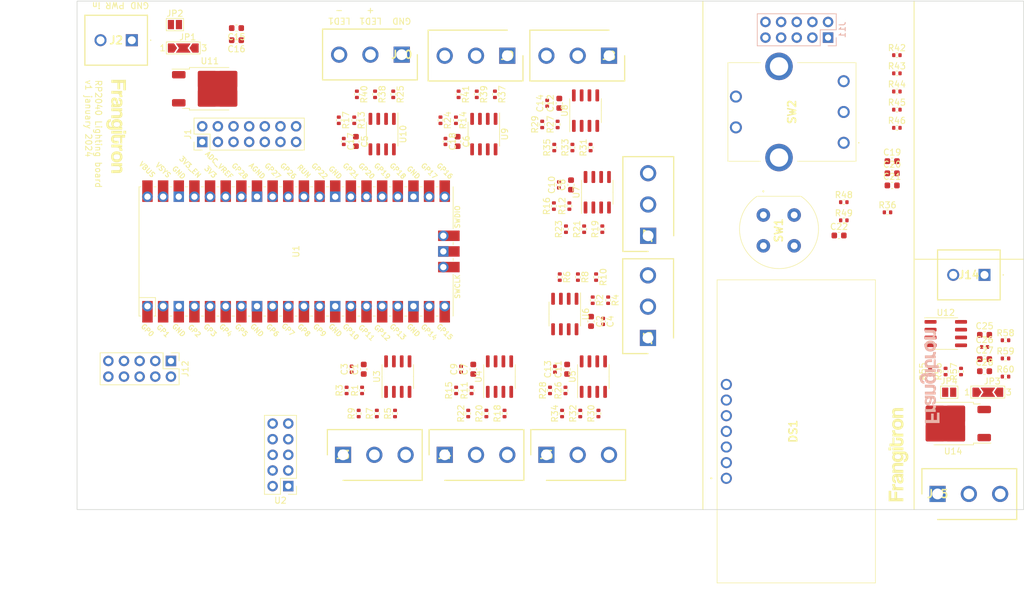
<source format=kicad_pcb>
(kicad_pcb (version 20221018) (generator pcbnew)
  (layers (0 "F.Cu" signal) (1 "In1.Cu" signal) (2 "In2.Cu" signal) (31 "B.Cu" signal) (34 "B.Paste" user) (35 "F.Paste" user) (36 "B.SilkS" user "B.Silkscreen") (37 "F.SilkS" user "F.Silkscreen") (38 "B.Mask" user) (39 "F.Mask" user) (44 "Edge.Cuts" user))
  (net 0 "")
  (net 1 "MBSwitchPush")
  (net 2 "GND")
  (net 3 "+12V")
  (net 4 "Net-(JP2-A)")
  (net 5 "FPEncoderA")
  (net 6 "FPEncoderB")
  (net 7 "FPEncoderS")
  (net 8 "LED1 out")
  (net 9 "LED4 out")
  (net 10 "Net-(U4-RO)")
  (net 11 "Net-(U5-RO)")
  (net 12 "LED2 out")
  (net 13 "LED5 out")
  (net 14 "Net-(U7-RO)")
  (net 15 "Net-(U8-RO)")
  (net 16 "LED3 out")
  (net 17 "LED6 out")
  (net 18 "FPSwitchPush")
  (net 19 "FPDisplaySCL")
  (net 20 "FPDisplaySDA")
  (net 21 "FPDisplayRST")
  (net 23 "MBDisplayRST")
  (net 24 "Net-(J2-Pin_1)")
  (net 25 "Net-(U3-RO)")
  (net 26 "+3V3")
  (net 27 "Net-(U6-RO)")
  (net 28 "Net-(U10-RO)")
  (net 29 "Net-(U9-RO)")
  (net 30 "LED8 out")
  (net 31 "LED7 out")
  (net 34 "PI spi0 RX")
  (net 35 "PI spi0 CSn")
  (net 36 "PI spi0 SCK")
  (net 37 "PI spi0 TX")
  (net 48 "GP15")
  (net 49 "GP21")
  (net 50 "+3.3VADC")
  (net 51 "GP26_ADC0")
  (net 52 "GP28_ADC2")
  (net 53 "GP27_ADC1")
  (net 54 "GNDA")
  (net 55 "GP22")
  (net 56 "GP20")
  (net 57 "Net-(J3-Pin_2)")
  (net 58 "Net-(J3-Pin_3)")
  (net 59 "Net-(J4-Pin_2)")
  (net 60 "Net-(J4-Pin_3)")
  (net 61 "Net-(J5-Pin_2)")
  (net 62 "Net-(J5-Pin_3)")
  (net 63 "Net-(J6-Pin_2)")
  (net 64 "Net-(J6-Pin_3)")
  (net 65 "Net-(J7-Pin_2)")
  (net 66 "Net-(J7-Pin_3)")
  (net 67 "Net-(J8-Pin_2)")
  (net 68 "Net-(J8-Pin_3)")
  (net 69 "Net-(J9-Pin_2)")
  (net 70 "Net-(J9-Pin_3)")
  (net 71 "Net-(J10-Pin_2)")
  (net 72 "Net-(J10-Pin_3)")
  (net 73 "MBDisplaySDA")
  (net 74 "MBDisplaySCL")
  (net 75 "MBEncoderS")
  (net 76 "MBEncoderA")
  (net 77 "MBEncoderB")
  (net 79 "Recv5 +5V")
  (net 80 "Recv5 GND")
  (net 81 "Net-(J15-Pin_1)")
  (net 82 "Net-(J14-Pin_2)")
  (net 83 "Net-(J15-Pin_2)")
  (net 84 "Net-(J15-Pin_3)")
  (net 85 "Net-(JP3-A)")
  (net 86 "Net-(JP4-B)")
  (net 87 "+5V")
  (net 88 "Net-(U12-DI)")
  (net 89 "Net-(R36-Pad1)")
  (net 90 "Net-(R45-Pad2)")
  (net 91 "Net-(R46-Pad2)")
  (net 92 "Net-(SW1-K)")
  (footprint "Resistor_SMD:R_0402_1005Metric" (layer "F.Cu") (at 120.36 59.585 -90)
    (fp_text reference "R40" (at 0 -1.17 -90) (layer "F.SilkS"))
    (fp_text value "120")
    (pad "1" smd roundrect (at -0.51 0 270) (size 0.54 0.64) (layers "F.Cu" "F.Paste" "F.Mask") (net 72 "Net-(J10-Pin_3)"))
    (pad "2" smd roundrect (at 0.51 0 270) (size 0.54 0.64) (layers "F.Cu" "F.Paste" "F.Mask") (net 71 "Net-(J10-Pin_2)"))
  )
  (footprint "Capacitor_SMD:C_0603_1608Metric" (layer "F.Cu") (at 139.25 104.215 90)
    (fp_text reference "C7" (at 0 -1.43 90) (layer "F.SilkS"))
    (fp_text value "100nF")
    (pad "1" smd roundrect (at -0.775 0 90) (size 0.9 0.95) (layers "F.Cu" "F.Paste" "F.Mask") (net 87 "+5V"))
    (pad "2" smd roundrect (at 0.775 0 90) (size 0.9 0.95) (layers "F.Cu" "F.Paste" "F.Mask") (net 2 "GND"))
  )
  (footprint "Package_SO:SOIC-8_3.9x4.9mm_P1.27mm" (layer "F.Cu") (at 127 105.41 90)
    (fp_text reference "U3" (at 0 -3.4 90) (layer "F.SilkS"))
    (fp_text value "MAX485E")
    (pad "1" smd roundrect (at -2.475 -1.905 90) (size 1.95 0.6) (layers "F.Cu" "F.Paste" "F.Mask") (net 25 "Net-(U3-RO)"))
    (pad "2" smd roundrect (at -2.475 -0.635 90) (size 1.95 0.6) (layers "F.Cu" "F.Paste" "F.Mask") (net 87 "+5V"))
    (pad "3" smd roundrect (at -2.475 0.635 90) (size 1.95 0.6) (layers "F.Cu" "F.Paste" "F.Mask") (net 87 "+5V"))
    (pad "4" smd roundrect (at -2.475 1.905 90) (size 1.95 0.6) (layers "F.Cu" "F.Paste" "F.Mask") (net 8 "LED1 out"))
    (pad "5" smd roundrect (at 2.475 1.905 90) (size 1.95 0.6) (layers "F.Cu" "F.Paste" "F.Mask") (net 2 "GND"))
    (pad "6" smd roundrect (at 2.475 0.635 90) (size 1.95 0.6) (layers "F.Cu" "F.Paste" "F.Mask") (net 57 "Net-(J3-Pin_2)"))
    (pad "7" smd roundrect (at 2.475 -0.635 90) (size 1.95 0.6) (layers "F.Cu" "F.Paste" "F.Mask") (net 58 "Net-(J3-Pin_3)"))
    (pad "8" smd roundrect (at 2.475 -1.905 90) (size 1.95 0.6) (layers "F.Cu" "F.Paste" "F.Mask") (net 87 "+5V"))
  )
  (footprint "Resistor_SMD:R_0402_1005Metric" (layer "F.Cu") (at 141.38 111.4025 90)
    (fp_text reference "R20" (at 0 -1.17 90) (layer "F.SilkS"))
    (fp_text value "20K")
    (pad "1" smd roundrect (at -0.51 0 90) (size 0.54 0.64) (layers "F.Cu" "F.Paste" "F.Mask") (net 60 "Net-(J4-Pin_3)"))
    (pad "2" smd roundrect (at 0.51 0 90) (size 0.54 0.64) (layers "F.Cu" "F.Paste" "F.Mask") (net 2 "GND"))
  )
  (footprint "Capacitor_SMD:C_0402_1005Metric" (layer "F.Cu") (at 137.28 104.215 90)
    (fp_text reference "C9" (at 0 -1.16 90) (layer "F.SilkS"))
    (fp_text value "10uF")
    (pad "1" smd roundrect (at -0.48 0 90) (size 0.56 0.62) (layers "F.Cu" "F.Paste" "F.Mask") (net 87 "+5V"))
    (pad "2" smd roundrect (at 0.48 0 90) (size 0.56 0.62) (layers "F.Cu" "F.Paste" "F.Mask") (net 2 "GND"))
  )
  (footprint "Resistor_SMD:R_0402_1005Metric" (layer "F.Cu") (at 154.302 81.4745 90)
    (fp_text reference "R23" (at 0 -1.17 90) (layer "F.SilkS"))
    (fp_text value "120")
    (pad "1" smd roundrect (at -0.51 0 90) (size 0.54 0.64) (layers "F.Cu" "F.Paste" "F.Mask") (net 66 "Net-(J7-Pin_3)"))
    (pad "2" smd roundrect (at 0.51 0 90) (size 0.54 0.64) (layers "F.Cu" "F.Paste" "F.Mask") (net 65 "Net-(J7-Pin_2)"))
  )
  (footprint "Resistor_SMD:R_0402_1005Metric" (layer "F.Cu") (at 120.65 111.4025 90)
    (fp_text reference "R9" (at 0 -1.17 90) (layer "F.SilkS"))
    (fp_text value "120")
    (pad "1" smd roundrect (at -0.51 0 90) (size 0.54 0.64) (layers "F.Cu" "F.Paste" "F.Mask") (net 58 "Net-(J3-Pin_3)"))
    (pad "2" smd roundrect (at 0.51 0 90) (size 0.54 0.64) (layers "F.Cu" "F.Paste" "F.Mask") (net 57 "Net-(J3-Pin_2)"))
  )
  (footprint "Capacitor_SMD:C_0402_1005Metric" (layer "F.Cu") (at 160.342 96.445 -90)
    (fp_text reference "C4" (at 0 -1.16 90) (layer "F.SilkS"))
    (fp_text value "10uF")
    (pad "1" smd roundrect (at -0.48 0 270) (size 0.56 0.62) (layers "F.Cu" "F.Paste" "F.Mask") (net 87 "+5V"))
    (pad "2" smd roundrect (at 0.48 0 270) (size 0.56 0.62) (layers "F.Cu" "F.Paste" "F.Mask") (net 2 "GND"))
  )
  (footprint "Resistor_SMD:R_0402_1005Metric" (layer "F.Cu") (at 152.342 77.727 90)
    (fp_text reference "R16" (at 0 -1.17 90) (layer "F.SilkS"))
    (fp_text value "10K")
    (pad "1" smd roundrect (at -0.51 0 90) (size 0.54 0.64) (layers "F.Cu" "F.Paste" "F.Mask") (net 87 "+5V"))
    (pad "2" smd roundrect (at 0.51 0 90) (size 0.54 0.64) (layers "F.Cu" "F.Paste" "F.Mask") (net 13 "LED5 out"))
  )
  (footprint "Jumper:SolderJumper-3_P2.0mm_Open_TrianglePad1.0x1.5mm_NumberLabels" (layer "F.Cu") (at 92.17 52.07)
    (fp_text reference "JP1" (at 0.725 -1.775) (layer "F.SilkS"))
    (fp_text value "1-2 12V")
    (fp_text user "3" (at 3.4 0) (layer "F.SilkS"))
    (fp_text user "1" (at -3.35 0) (layer "F.SilkS"))
    (pad "1" smd custom (at -2 0) (size 0.3 0.3) (layers "F.Cu" "F.Mask") (net 3 "+12V") (options (clearance outline) (anchor rect)) (primitives (gr_poly (pts (xy 1 0) (xy 0.5 0.75) (xy -0.5 0.75) (xy -0.5 -0.75) (xy 0.5 -0.75)) (width 0) (fill yes))))
    (pad "2" smd custom (at 0 0) (size 0.3 0.3) (layers "F.Cu") (net 24 "Net-(J2-Pin_1)") (options (clearance outline) (anchor rect)) (primitives (gr_poly (pts (xy 0.7 0) (xy 1.2 0.75) (xy -1.2 0.75) (xy -0.7 0) (xy -1.2 -0.75) (xy 1.2 -0.75)) (width 0) (fill yes))))
    (pad "3" smd custom (at 2 0 180) (size 0.3 0.3) (layers "F.Cu" "F.Mask") (net 87 "+5V") (options (clearance outline) (anchor rect)) (primitives (gr_poly (pts (xy 1 0) (xy 0.5 0.75) (xy -0.5 0.75) (xy -0.5 -0.75) (xy 0.5 -0.75)) (width 0) (fill yes))))
  )
  (footprint "Frangitron:ScrewTerminal_01x03_5.08_Amphenol" (layer "F.Cu") (at 167.615 99.135 90)
    (fp_text reference "J6" (at 0 0 90) (layer "F.SilkS") (effects (font (size 1.27 1.27) (thickness 0.254))))
    (fp_text value "LED1Terminal" hide)
    (pad "1" thru_hole rect (at 0 0 90) (size 2.625 2.625) (drill 1.75) (layers "*.Cu" "*.Mask") (net 2 "GND"))
    (pad "2" thru_hole circle (at 5.08 0 90) (size 2.625 2.625) (drill 1.75) (layers "*.Cu" "*.Mask") (net 63 "Net-(J6-Pin_2)"))
    (pad "3" thru_hole circle (at 10.16 0 90) (size 2.625 2.625) (drill 1.75) (layers "*.Cu" "*.Mask") (net 64 "Net-(J6-Pin_3)"))
  )
  (footprint "Resistor_SMD:R_0402_1005Metric" (layer "F.Cu") (at 208.025 65.025)
    (fp_text reference "R46" (at 0 -1.17) (layer "F.SilkS"))
    (fp_text value "1k")
    (pad "1" smd roundrect (at -0.51 0) (size 0.54 0.64) (layers "F.Cu" "F.Paste" "F.Mask") (net 6 "FPEncoderB"))
    (pad "2" smd roundrect (at 0.51 0) (size 0.54 0.64) (layers "F.Cu" "F.Paste" "F.Mask") (net 91 "Net-(R46-Pad2)"))
  )
  (footprint "Resistor_SMD:R_0402_1005Metric" (layer "F.Cu") (at 117.42 63.795 -90)
    (fp_text reference "R17" (at 0 -1.17 -90) (layer "F.SilkS"))
    (fp_text value "10K")
    (pad "1" smd roundrect (at -0.51 0 270) (size 0.54 0.64) (layers "F.Cu" "F.Paste" "F.Mask") (net 87 "+5V"))
    (pad "2" smd roundrect (at 0.51 0 270) (size 0.54 0.64) (layers "F.Cu" "F.Paste" "F.Mask") (net 30 "LED8 out"))
  )
  (footprint "Capacitor_SMD:C_0402_1005Metric" (layer "F.Cu") (at 222.26 100.6)
    (fp_text reference "C26" (at 0 -1.16) (layer "F.SilkS"))
    (fp_text value "10uF")
    (pad "1" smd roundrect (at -0.48 0) (size 0.56 0.62) (layers "F.Cu" "F.Paste" "F.Mask") (net 79 "Recv5 +5V"))
    (pad "2" smd roundrect (at 0.48 0) (size 0.56 0.62) (layers "F.Cu" "F.Paste" "F.Mask") (net 80 "Recv5 GND"))
  )
  (footprint "Jumper:SolderJumper-3_P2.0mm_Open_TrianglePad1.0x1.5mm_NumberLabels" (layer "F.Cu") (at 222.79 107.95)
    (fp_text reference "JP3" (at 0.725 -1.775) (layer "F.SilkS"))
    (fp_text value "1-2 12V")
    (fp_text user "1" (at -3.35 0) (layer "F.SilkS"))
    (fp_text user "3" (at 3.4 0) (layer "F.SilkS"))
    (pad "1" smd custom (at -2 0) (size 0.3 0.3) (layers "F.Cu" "F.Mask") (net 85 "Net-(JP3-A)") (options (clearance outline) (anchor rect)) (primitives (gr_poly (pts (xy 1 0) (xy 0.5 0.75) (xy -0.5 0.75) (xy -0.5 -0.75) (xy 0.5 -0.75)) (width 0) (fill yes))))
    (pad "2" smd custom (at 0 0) (size 0.3 0.3) (layers "F.Cu") (net 81 "Net-(J15-Pin_1)") (options (clearance outline) (anchor rect)) (primitives (gr_poly (pts (xy 0.7 0) (xy 1.2 0.75) (xy -1.2 0.75) (xy -0.7 0) (xy -1.2 -0.75) (xy 1.2 -0.75)) (width 0) (fill yes))))
    (pad "3" smd custom (at 2 0 180) (size 0.3 0.3) (layers "F.Cu" "F.Mask") (net 79 "Recv5 +5V") (options (clearance outline) (anchor rect)) (primitives (gr_poly (pts (xy 1 0) (xy 0.5 0.75) (xy -0.5 0.75) (xy -0.5 -0.75) (xy 0.5 -0.75)) (width 0) (fill yes))))
  )
  (footprint "Package_SO:SOIC-8_3.9x4.9mm_P1.27mm" (layer "F.Cu") (at 159.382 75.482 90)
    (fp_text reference "U7" (at 0 -3.4 90) (layer "F.SilkS"))
    (fp_text value "MAX485E")
    (pad "1" smd roundrect (at -2.475 -1.905 90) (size 1.95 0.6) (layers "F.Cu" "F.Paste" "F.Mask") (net 14 "Net-(U7-RO)"))
    (pad "2" smd roundrect (at -2.475 -0.635 90) (size 1.95 0.6) (layers "F.Cu" "F.Paste" "F.Mask") (net 87 "+5V"))
    (pad "3" smd roundrect (at -2.475 0.635 90) (size 1.95 0.6) (layers "F.Cu" "F.Paste" "F.Mask") (net 87 "+5V"))
    (pad "4" smd roundrect (at -2.475 1.905 90) (size 1.95 0.6) (layers "F.Cu" "F.Paste" "F.Mask") (net 13 "LED5 out"))
    (pad "5" smd roundrect (at 2.475 1.905 90) (size 1.95 0.6) (layers "F.Cu" "F.Paste" "F.Mask") (net 2 "GND"))
    (pad "6" smd roundrect (at 2.475 0.635 90) (size 1.95 0.6) (layers "F.Cu" "F.Paste" "F.Mask") (net 65 "Net-(J7-Pin_2)"))
    (pad "7" smd roundrect (at 2.475 -0.635 90) (size 1.95 0.6) (layers "F.Cu" "F.Paste" "F.Mask") (net 66 "Net-(J7-Pin_3)"))
    (pad "8" smd roundrect (at 2.475 -1.905 90) (size 1.95 0.6) (layers "F.Cu" "F.Paste" "F.Mask") (net 87 "+5V"))
  )
  (footprint "Capacitor_SMD:C_0603_1608Metric" (layer "F.Cu") (at 120.2 67.235 -90)
    (fp_text reference "C5" (at 0 -1.43 -90) (layer "F.SilkS"))
    (fp_text value "100nF")
    (pad "1" smd roundrect (at -0.775 0 270) (size 0.9 0.95) (layers "F.Cu" "F.Paste" "F.Mask") (net 87 "+5V"))
    (pad "2" smd roundrect (at 0.775 0 270) (size 0.9 0.95) (layers "F.Cu" "F.Paste" "F.Mask") (net 2 "GND"))
  )
  (footprint "Resistor_SMD:R_0402_1005Metric" (layer "F.Cu") (at 158.3 68.2225 90)
    (fp_text reference "R31" (at 0 -1.17 90) (layer "F.SilkS"))
    (fp_text value "20K")
    (pad "1" smd roundrect (at -0.51 0 90) (size 0.54 0.64) (layers "F.Cu" "F.Paste" "F.Mask") (net 87 "+5V"))
    (pad "2" smd roundrect (at 0.51 0 90) (size 0.54 0.64) (layers "F.Cu" "F.Paste" "F.Mask") (net 67 "Net-(J8-Pin_2)"))
  )
  (footprint "Package_SO:SOIC-8_3.9x4.9mm_P1.27mm" (layer "F.Cu") (at 215.965 98.425)
    (fp_text reference "U12" (at 0 -3.4) (layer "F.SilkS"))
    (fp_text value "MAX485E")
    (pad "1" smd roundrect (at -2.475 -1.905) (size 1.95 0.6) (layers "F.Cu" "F.Paste" "F.Mask") (net 82 "Net-(J14-Pin_2)"))
    (pad "2" smd roundrect (at -2.475 -0.635) (size 1.95 0.6) (layers "F.Cu" "F.Paste" "F.Mask") (net 80 "Recv5 GND"))
    (pad "3" smd roundrect (at -2.475 0.635) (size 1.95 0.6) (layers "F.Cu" "F.Paste" "F.Mask") (net 80 "Recv5 GND"))
    (pad "4" smd roundrect (at -2.475 1.905) (size 1.95 0.6) (layers "F.Cu" "F.Paste" "F.Mask") (net 88 "Net-(U12-DI)"))
    (pad "5" smd roundrect (at 2.475 1.905) (size 1.95 0.6) (layers "F.Cu" "F.Paste" "F.Mask") (net 80 "Recv5 GND"))
    (pad "6" smd roundrect (at 2.475 0.635) (size 1.95 0.6) (layers "F.Cu" "F.Paste" "F.Mask") (net 84 "Net-(J15-Pin_3)"))
    (pad "7" smd roundrect (at 2.475 -0.635) (size 1.95 0.6) (layers "F.Cu" "F.Paste" "F.Mask") (net 83 "Net-(J15-Pin_2)"))
    (pad "8" smd roundrect (at 2.475 -1.905) (size 1.95 0.6) (layers "F.Cu" "F.Paste" "F.Mask") (net 79 "Recv5 +5V"))
  )
  (footprint "Resistor_SMD:R_0402_1005Metric" (layer "F.Cu") (at 136.87 59.585 -90)
    (fp_text reference "R41" (at 0 -1.17 -90) (layer "F.SilkS"))
    (fp_text value "120")
    (pad "1" smd roundrect (at -0.51 0 270) (size 0.54 0.64) (layers "F.Cu" "F.Paste" "F.Mask") (net 70 "Net-(J9-Pin_3)"))
    (pad "2" smd roundrect (at 0.51 0 270) (size 0.54 0.64) (layers "F.Cu" "F.Paste" "F.Mask") (net 69 "Net-(J9-Pin_2)"))
  )
  (footprint "Resistor_SMD:R_0402_1005Metric" (layer "F.Cu") (at 156.242 89.2575 -90)
    (fp_text reference "R8" (at 0 -1.17 -90) (layer "F.SilkS"))
    (fp_text value "20K")
    (pad "1" smd roundrect (at -0.51 0 270) (size 0.54 0.64) (layers "F.Cu" "F.Paste" "F.Mask") (net 64 "Net-(J6-Pin_3)"))
    (pad "2" smd roundrect (at 0.51 0 270) (size 0.54 0.64) (layers "F.Cu" "F.Paste" "F.Mask") (net 2 "GND"))
  )
  (footprint "Frangitron:frangitron_logo_16mm" (layer "F.Cu") (at 81.28 64.77 -90)
    (fp_text reference "H1" hide)
    (fp_text value "~" hide)
  )
  (footprint "Frangitron:ScrewTerminal_01x02_5.08_Amphenol" (layer "F.Cu") (at 222.25 88.9 180)
    (fp_text reference "J14" (at 2.54 0) (layer "F.SilkS") (effects (font (size 1.27 1.27) (thickness 0.254))))
    (fp_text value "ReceiverData" hide)
    (pad "1" thru_hole rect (at 0 0 180) (size 1.95 1.95) (drill 1.3) (layers "*.Cu" "*.Mask") (net 80 "Recv5 GND"))
    (pad "2" thru_hole circle (at 5.08 0 180) (size 1.95 1.95) (drill 1.3) (layers "*.Cu" "*.Mask") (net 82 "Net-(J14-Pin_2)"))
  )
  (footprint "Frangitron:ScrewTerminal_01x03_5.08_Amphenol" (layer "F.Cu") (at 161.29 53.315 180)
    (fp_text reference "J8" (at 0 0 180) (layer "F.SilkS") (effects (font (size 1.27 1.27) (thickness 0.254))))
    (fp_text value "LED1Terminal" hide)
    (pad "1" thru_hole rect (at 0 0 180) (size 2.625 2.625) (drill 1.75) (layers "*.Cu" "*.Mask") (net 2 "GND"))
    (pad "2" thru_hole circle (at 5.08 0 180) (size 2.625 2.625) (drill 1.75) (layers "*.Cu" "*.Mask") (net 67 "Net-(J8-Pin_2)"))
    (pad "3" thru_hole circle (at 10.16 0 180) (size 2.625 2.625) (drill 1.75) (layers "*.Cu" "*.Mask") (net 68 "Net-(J8-Pin_3)"))
  )
  (footprint "Capacitor_SMD:C_0603_1608Metric" (layer "F.Cu") (at 222.26 102.57)
    (fp_text reference "C27" (at 0 -1.43) (layer "F.SilkS"))
    (fp_text value "220nF")
    (pad "1" smd roundrect (at -0.775 0) (size 0.9 0.95) (layers "F.Cu" "F.Paste" "F.Mask") (net 85 "Net-(JP3-A)"))
    (pad "2" smd roundrect (at 0.775 0) (size 0.9 0.95) (layers "F.Cu" "F.Paste" "F.Mask") (net 80 "Recv5 GND"))
  )
  (footprint "Capacitor_SMD:C_0603_1608Metric" (layer "F.Cu") (at 222.26 104.54)
    (fp_text reference "C28" (at 0 -1.43) (layer "F.SilkS"))
    (fp_text value "100nF")
    (pad "1" smd roundrect (at -0.775 0) (size 0.9 0.95) (layers "F.Cu" "F.Paste" "F.Mask") (net 86 "Net-(JP4-B)"))
    (pad "2" smd roundrect (at 0.775 0) (size 0.9 0.95) (layers "F.Cu" "F.Paste" "F.Mask") (net 80 "Recv5 GND"))
  )
  (footprint "Resistor_SMD:R_0402_1005Metric" (layer "F.Cu") (at 158.642 93.005 -90)
    (fp_text reference "R2" (at 0 -1.17 -90) (layer "F.SilkS"))
    (fp_text value "10K")
    (pad "1" smd roundrect (at -0.51 0 270) (size 0.54 0.64) (layers "F.Cu" "F.Paste" "F.Mask") (net 87 "+5V"))
    (pad "2" smd roundrect (at 0.51 0 270) (size 0.54 0.64) (layers "F.Cu" "F.Paste" "F.Mask") (net 27 "Net-(U6-RO)"))
  )
  (footprint "Frangitron:C&K_PushButtonSwitch_SPST_D6C90F2LFS" (layer "F.Cu") (at 186.35 79.18 -90)
    (fp_text reference "SW1" (at 2.5 -2.5 -90) (layer "F.SilkS") (effects (font (size 1.27 1.27) (thickness 0.254))))
    (fp_text value "Button" hide)
    (pad "1" thru_hole circle (at 0 0 270) (size 2.2 2.2) (drill 1.1) (layers "*.Cu" "*.Mask"))
    (pad "2" thru_hole circle (at 5 0 270) (size 2.2 2.2) (drill 1.1) (layers "*.Cu" "*.Mask") (net 2 "GND"))
    (pad "3" thru_hole circle (at 0 -5 270) (size 2.2 2.2) (drill 1.1) (layers "*.Cu" "*.Mask") (net 92 "Net-(SW1-K)"))
    (pad "4" thru_hole circle (at 5 -5 270) (size 2.2 2.2) (drill 1.1) (layers "*.Cu" "*.Mask"))
  )
  (footprint "Resistor_SMD:R_0402_1005Metric" (layer "F.Cu") (at 126.26 59.585 -90)
    (fp_text reference "R25" (at 0 -1.17 -90) (layer "F.SilkS"))
    (fp_text value "20K")
    (pad "1" smd roundrect (at -0.51 0 270) (size 0.54 0.64) (layers "F.Cu" "F.Paste" "F.Mask") (net 87 "+5V"))
    (pad "2" smd roundrect (at 0.51 0 270) (size 0.54 0.64) (layers "F.Cu" "F.Paste" "F.Mask") (net 71 "Net-(J10-Pin_2)"))
  )
  (footprint "Capacitor_SMD:C_0402_1005Metric" (layer "F.Cu") (at 119.5 104.215 90)
    (fp_text reference "C3" (at 0 -1.16 90) (layer "F.SilkS"))
    (fp_text value "10uF")
    (pad "1" smd roundrect (at -0.48 0 90) (size 0.56 0.62) (layers "F.Cu" "F.Paste" "F.Mask") (net 87 "+5V"))
    (pad "2" smd roundrect (at 0.48 0 90) (size 0.56 0.62) (layers "F.Cu" "F.Paste" "F.Mask") (net 2 "GND"))
  )
  (footprint "Resistor_SMD:R_0402_1005Metric" (layer "F.Cu") (at 208.025 56.175)
    (fp_text reference "R43" (at 0 -1.17) (layer "F.SilkS"))
    (fp_text value "10k")
    (pad "1" smd roundrect (at -0.51 0) (size 0.54 0.64) (layers "F.Cu" "F.Paste" "F.Mask") (net 26 "+3V3"))
    (pad "2" smd roundrect (at 0.51 0) (size 0.54 0.64) (layers "F.Cu" "F.Paste" "F.Mask") (net 6 "FPEncoderB"))
  )
  (footprint "Capacitor_SMD:C_0603_1608Metric" (layer "F.Cu") (at 207.255 74.375)
    (fp_text reference "C21" (at 0 -1.43) (layer "F.SilkS"))
    (fp_text value "100nF")
    (pad "1" smd roundrect (at -0.775 0) (size 0.9 0.95) (layers "F.Cu" "F.Paste" "F.Mask") (net 7 "FPEncoderS"))
    (pad "2" smd roundrect (at 0.775 0) (size 0.9 0.95) (layers "F.Cu" "F.Paste" "F.Mask") (net 2 "GND"))
  )
  (footprint "Resistor_SMD:R_0402_1005Metric" (layer "F.Cu") (at 218.44 104.585 90)
    (fp_text reference "R57" (at 0 -1.17 90) (layer "F.SilkS"))
    (fp_text value "10K")
    (pad "1" smd roundrect (at -0.51 0 90) (size 0.54 0.64) (layers "F.Cu" "F.Paste" "F.Mask") (net 79 "Recv5 +5V"))
    (pad "2" smd roundrect (at 0.51 0 90) (size 0.54 0.64) (layers "F.Cu" "F.Paste" "F.Mask") (net 88 "Net-(U12-DI)"))
  )
  (footprint "Capacitor_SMD:C_0603_1608Metric" (layer "F.Cu") (at 153.22 61.035 90)
    (fp_text reference "C12" (at 0 -1.43 90) (layer "F.SilkS"))
    (fp_text value "100nF")
    (pad "1" smd roundrect (at -0.775 0 90) (size 0.9 0.95) (layers "F.Cu" "F.Paste" "F.Mask") (net 87 "+5V"))
    (pad "2" smd roundrect (at 0.775 0 90) (size 0.9 0.95) (layers "F.Cu" "F.Paste" "F.Mask") (net 2 "GND"))
  )
  (footprint "Frangitron:NewHaven-OLED-NHD-0216AW-IB3" (layer "F.Cu") (at 180.34 121.92 90)
    (fp_text reference "DS1" (at 7.62 10.85 90) (layer "F.SilkS") (effects (font (size 1.27 1.27) (thickness 0.254))))
    (fp_text value "NHD-0216AW-IB3" hide)
    (pad "1" thru_hole circle (at 0 0 90) (size 1.8 1.8) (drill 1.2) (layers "*.Cu" "*.Mask") (net 2 "GND"))
    (pad "2" thru_hole circle (at 2.54 0 90) (size 1.8 1.8) (drill 1.2) (layers "*.Cu" "*.Mask") (net 26 "+3V3"))
    (pad "3" thru_hole circle (at 5.08 0 90) (size 1.8 1.8) (drill 1.2) (layers "*.Cu" "*.Mask") (net 26 "+3V3"))
    (pad "4" thru_hole circle (at 7.62 0 90) (size 1.8 1.8) (drill 1.2) (layers "*.Cu" "*.Mask") (net 2 "GND"))
    (pad "5" thru_hole circle (at 10.16 0 90) (size 1.8 1.8) (drill 1.2) (layers "*.Cu" "*.Mask") (net 19 "FPDisplaySCL"))
    (pad "6" thru_hole circle (at 12.7 0 90) (size 1.8 1.8) (drill 1.2) (layers "*.Cu" "*.Mask") (net 20 "FPDisplaySDA"))
    (pad "7" thru_hole circle (at 15.24 0 90) (size 1.8 1.8) (drill 1.2) (layers "*.Cu" "*.Mask") (net 21 "FPDisplayRST"))
  )
  (footprint "Frangitron:ScrewTerminal_01x03_5.08_Amphenol" (layer "F.Cu") (at 134.62 118.11)
    (fp_text reference "J4" (at 0 0) (layer "F.SilkS") (effects (font (size 1.27 1.27) (thickness 0.254))))
    (fp_text value "LED1Terminal" hide)
    (pad "1" thru_hole rect (at 0 0) (size 2.625 2.625) (drill 1.75) (layers "*.Cu" "*.Mask") (net 2 "GND"))
    (pad "2" thru_hole circle (at 5.08 0) (size 2.625 2.625) (drill 1.75) (layers "*.Cu" "*.Mask") (net 59 "Net-(J4-Pin_2)"))
    (pad "3" thru_hole circle (at 10.16 0) (size 2.625 2.625) (drill 1.75) (layers "*.Cu" "*.Mask") (net 60 "Net-(J4-Pin_3)"))
  )
  (footprint "Resistor_SMD:R_0402_1005Metric" (layer "F.Cu") (at 142.77 59.585 -90)
    (fp_text reference "R37" (at 0 -1.17 -90) (layer "F.SilkS"))
    (fp_text value "20K")
    (pad "1" smd roundrect (at -0.51 0 270) (size 0.54 0.64) (layers "F.Cu" "F.Paste" "F.Mask") (net 87 "+5V"))
    (pad "2" smd roundrect (at 0.51 0 270) (size 0.54 0.64) (layers "F.Cu" "F.Paste" "F.Mask") (net 69 "Net-(J9-Pin_2)"))
  )
  (footprint "Resistor_SMD:R_0402_1005Metric" (layer "F.Cu") (at 159.192 89.2575 -90)
    (fp_text reference "R10" (at 0 -1.17 -90) (layer "F.SilkS"))
    (fp_text value "120")
    (pad "1" smd roundrect (at -0.51 0 270) (size 0.54 0.64) (layers "F.Cu" "F.Paste" "F.Mask") (net 64 "Net-(J6-Pin_3)"))
    (pad "2" smd roundrect (at 0.51 0 270) (size 0.54 0.64) (layers "F.Cu" "F.Paste" "F.Mask") (net 63 "Net-(J6-Pin_2)"))
  )
  (footprint "SamacSys_Parts:PEC164120FS0012" (layer "F.Cu") (at 199.39 67.45 90)
    (fp_text reference "SW2" (at 5 -8.4 90) (layer "F.SilkS") (effects (font (size 1.27 1.27) (thickness 0.254))))
    (fp_text value "PEC16" hide)
    (pad "A1" thru_hole circle (at 0 0 90) (size 1.95 1.95) (drill 1.3) (layers "*.Cu" "*.Mask") (net 90 "Net-(R45-Pad2)"))
    (pad "B1" thru_hole circle (at 5 0 90) (size 1.95 1.95) (drill 1.3) (layers "*.Cu" "*.Mask") (net 91 "Net-(R46-Pad2)"))
    (pad "C1" thru_hole circle (at 10 0 90) (size 1.95 1.95) (drill 1.3) (layers "*.Cu" "*.Mask") (net 2 "GND"))
    (pad "D1" thru_hole circle (at 2.5 -17.5 90) (size 1.95 1.95) (drill 1.3) (layers "*.Cu" "*.Mask") (net 89 "Net-(R36-Pad1)"))
    (pad "E1" thru_hole circle (at 7.5 -17.5 90) (size 1.95 1.95) (drill 1.3) (layers "*.Cu" "*.Mask") (net 2 "GND"))
    (pad "MH1" thru_hole circle (at -2.4 -10.5 90) (size 4.46 4.46) (drill 2.9732) (layers "*.Cu" "*.Mask"))
    (pad "MH2" thru_hole circle (at 12.4 -10.5 90) (size 4.46 4.46) (drill 2.9732) (layers "*.Cu" "*.Mask"))
  )
  (footprint "Resistor_SMD:R_0402_1005Metric" (layer "F.Cu") (at 150.44 64.475 90)
    (fp_text reference "R29" (at 0 -1.17 90) (layer "F.SilkS"))
    (fp_text value "10K")
    (pad "1" smd roundrect (at -0.51 0 90) (size 0.54 0.64) (layers "F.Cu" "F.Paste" "F.Mask") (net 87 "+5V"))
    (pad "2" smd roundrect (at 0.51 0 90) (size 0.54 0.64) (layers "F.Cu" "F.Paste" "F.Mask") (net 17 "LED6 out"))
  )
  (footprint "Package_TO_SOT_SMD:TO-252-2" (layer "F.Cu") (at 96.48 58.68)
    (fp_text reference "U11" (at 0 -4.5) (layer "F.SilkS"))
    (fp_text value "LM7805")
    (pad "1" smd roundrect (at -5.04 -2.28) (size 2.2 1.2) (layers "F.Cu" "F.Paste" "F.Mask") (roundrect_rratio 0.2083333333) (net 3 "+12V"))
    (pad "2" smd roundrect (at -0.415 -1.525) (size 3.05 2.75) (layers "F.Cu" "F.Paste") (roundrect_rratio 0.09090909091) (net 2 "GND"))
    (pad "2" smd roundrect (at -0.415 1.525) (size 3.05 2.75) (layers "F.Cu" "F.Paste") (roundrect_rratio 0.09090909091) (net 2 "GND"))
    (pad "2" smd roundrect (at 1.26 0) (size 6.4 5.8) (layers "F.Cu" "F.Mask") (roundrect_rratio 0.04310293103) (net 2 "GND"))
    (pad "2" smd roundrect (at 2.935 -1.525) (size 3.05 2.75) (layers "F.Cu" "F.Paste") (roundrect_rratio 0.09090909091) (net 2 "GND"))
    (pad "2" smd roundrect (at 2.935 1.525) (size 3.05 2.75) (layers "F.Cu" "F.Paste") (roundrect_rratio 0.09090909091) (net 2 "GND"))
    (pad "3" smd roundrect (at -5.04 2.28) (size 2.2 1.2) (layers "F.Cu" "F.Paste" "F.Mask") (roundrect_rratio 0.2083333333) (net 4 "Net-(JP2-A)"))
  )
  (footprint "Package_SO:SOIC-8_3.9x4.9mm_P1.27mm" (layer "F.Cu") (at 143.51 105.41 90)
    (fp_text reference "U4" (at 0 -3.4 90) (layer "F.SilkS"))
    (fp_text value "MAX485E")
    (pad "1" smd roundrect (at -2.475 -1.905 90) (size 1.95 0.6) (layers "F.Cu" "F.Paste" "F.Mask") (net 10 "Net-(U4-RO)"))
    (pad "2" smd roundrect (at -2.475 -0.635 90) (size 1.95 0.6) (layers "F.Cu" "F.Paste" "F.Mask") (net 87 "+5V"))
    (pad "3" smd roundrect (at -2.475 0.635 90) (size 1.95 0.6) (layers "F.Cu" "F.Paste" "F.Mask") (net 87 "+5V"))
    (pad "4" smd roundrect (at -2.475 1.905 90) (size 1.95 0.6) (layers "F.Cu" "F.Paste" "F.Mask") (net 12 "LED2 out"))
    (pad "5" smd roundrect (at 2.475 1.905 90) (size 1.95 0.6) (layers "F.Cu" "F.Paste" "F.Mask") (net 2 "GND"))
    (pad "6" smd roundrect (at 2.475 0.635 90) (size 1.95 0.6) (layers "F.Cu" "F.Paste" "F.Mask") (net 59 "Net-(J4-Pin_2)"))
    (pad "7" smd roundrect (at 2.475 -0.635 90) (size 1.95 0.6) (layers "F.Cu" "F.Paste" "F.Mask") (net 60 "Net-(J4-Pin_3)"))
    (pad "8" smd roundrect (at 2.475 -1.905 90) (size 1.95 0.6) (layers "F.Cu" "F.Paste" "F.Mask") (net 87 "+5V"))
  )
  (footprint "Frangitron:ScrewTerminal_01x02_5.08_Amphenol" (layer "F.Cu") (at 83.82 50.8 180)
    (fp_text reference "J2" (at 2.54 0 180) (layer "F.SilkS") (effects (font (size 1.27 1.27) (thickness 0.254))))
    (fp_text value "PWR_IN" hide)
    (pad "1" thru_hole rect (at 0 0 180) (size 1.95 1.95) (drill 1.3) (layers "*.Cu" "*.Mask") (net 24 "Net-(J2-Pin_1)"))
    (pad "2" thru_hole circle (at 5.08 0 180) (size 1.95 1.95) (drill 1.3) (layers "*.Cu" "*.Mask") (net 2 "GND"))
  )
  (footprint "Capacitor_SMD:C_0603_1608Metric" (layer "F.Cu") (at 100.81 50.8 180)
    (fp_text reference "C16" (at 0 -1.43 180) (layer "F.SilkS"))
    (fp_text value "100nF")
    (pad "1" smd roundrect (at -0.775 0 180) (size 0.9 0.95) (layers "F.Cu" "F.Paste" "F.Mask") (net 4 "Net-(JP2-A)"))
    (pad "2" smd roundrect (at 0.775 0 180) (size 0.9 0.95) (layers "F.Cu" "F.Paste" "F.Mask") (net 2 "GND"))
  )
  (footprint "Connector_PinHeader_2.54mm:PinHeader_2x05_P2.54mm_Vertical" (layer "F.Cu") (at 90.17 102.87 -90)
    (fp_text reference "J12" (at 1.27 -2.33 90) (layer "F.SilkS"))
    (fp_text value "FrontPanel")
    (pad "1" thru_hole rect (at 0 0 270) (size 1.7 1.7) (drill 1) (layers "*.Cu" "*.Mask") (net 26 "+3V3"))
    (pad "2" thru_hole oval (at 2.54 0 270) (size 1.7 1.7) (drill 1) (layers "*.Cu" "*.Mask") (net 23 "MBDisplayRST"))
    (pad "3" thru_hole oval (at 0 2.54 270) (size 1.7 1.7) (drill 1) (layers "*.Cu" "*.Mask") (net 73 "MBDisplaySDA"))
    (pad "4" thru_hole oval (at 2.54 2.54 270) (size 1.7 1.7) (drill 1) (layers "*.Cu" "*.Mask") (net 74 "MBDisplaySCL"))
    (pad "5" thru_hole oval (at 0 5.08 270) (size 1.7 1.7) (drill 1) (layers "*.Cu" "*.Mask") (net 75 "MBEncoderS"))
    (pad "6" thru_hole oval (at 2.54 5.08 270) (size 1.7 1.7) (drill 1) (layers "*.Cu" "*.Mask") (net 76 "MBEncoderA"))
    (pad "7" thru_hole oval (at 0 7.62 270) (size 1.7 1.7) (drill 1) (layers "*.Cu" "*.Mask") (net 77 "MBEncoderB"))
    (pad "8" thru_hole oval (at 2.54 7.62 270) (size 1.7 1.7) (drill 1) (layers "*.Cu" "*.Mask") (net 1 "MBSwitchPush"))
    (pad "9" thru_hole oval (at 0 10.16 270) (size 1.7 1.7) (drill 1) (layers "*.Cu" "*.Mask"))
    (pad "10" thru_hole oval (at 2.54 10.16 270) (size 1.7 1.7) (drill 1) (layers "*.Cu" "*.Mask") (net 2 "GND"))
  )
  (footprint "Capacitor_SMD:C_0603_1608Metric" (layer "F.Cu") (at 121.47 104.215 90)
    (fp_text reference "C1" (at 0 -1.43 90) (layer "F.SilkS"))
    (fp_text value "100nF")
    (pad "1" smd roundrect (at -0.775 0 90) (size 0.9 0.95) (layers "F.Cu" "F.Paste" "F.Mask") (net 87 "+5V"))
    (pad "2" smd roundrect (at 0.775 0 90) (size 0.9 0.95) (layers "F.Cu" "F.Paste" "F.Mask") (net 2 "GND"))
  )
  (footprint "Capacitor_SMD:C_0402_1005Metric" (layer "F.Cu") (at 151.25 61.035 90)
    (fp_text reference "C14" (at 0 -1.16 90) (layer "F.SilkS"))
    (fp_text value "10uF")
    (pad "1" smd roundrect (at -0.48 0 90) (size 0.56 0.62) (layers "F.Cu" "F.Paste" "F.Mask") (net 87 "+5V"))
    (pad "2" smd roundrect (at 0.48 0 90) (size 0.56 0.62) (layers "F.Cu" "F.Paste" "F.Mask") (net 2 "GND"))
  )
  (footprint "Resistor_SMD:R_0402_1005Metric" (layer "F.Cu") (at 213.42 104.585 90)
    (fp_text reference "R55" (at 0 -1.17 90) (layer "F.SilkS"))
    (fp_text value "10K")
    (pad "1" smd roundrect (at -0.51 0 90) (size 0.54 0.64) (layers "F.Cu" "F.Paste" "F.Mask") (net 79 "Recv5 +5V"))
    (pad "2" smd roundrect (at 0.51 0 90) (size 0.54 0.64) (layers "F.Cu" "F.Paste" "F.Mask") (net 82 "Net-(J14-Pin_2)"))
  )
  (footprint "Capacitor_SMD:C_0603_1608Metric" (layer "F.Cu") (at 100.81 48.83 180)
    (fp_text reference "C15" (at 0 -1.43 180) (layer "F.SilkS"))
    (fp_text value "220nF")
    (pad "1" smd roundrect (at -0.775 0 180) (size 0.9 0.95) (layers "F.Cu" "F.Paste" "F.Mask") (net 3 "+12V"))
    (pad "2" smd roundrect (at 0.775 0 180) (size 0.9 0.95) (layers "F.Cu" "F.Paste" "F.Mask") (net 2 "GND"))
  )
  (footprint "Resistor_SMD:R_0402_1005Metric" (layer "F.Cu") (at 199.41 77.09)
    (fp_text reference "R48" (at 0 -1.17) (layer "F.SilkS"))
    (fp_text value "1k")
    (pad "1" smd roundrect (at -0.51 0) (size 0.54 0.64) (layers "F.Cu" "F.Paste" "F.Mask") (net 18 "FPSwitchPush"))
    (pad "2" smd roundrect (at 0.51 0) (size 0.54 0.64) (layers "F.Cu" "F.Paste" "F.Mask") (net 92 "Net-(SW1-K)"))
  )
  (footprint "Package_SO:SOIC-8_3.9x4.9mm_P1.27mm" (layer "F.Cu") (at 140.97 66.04 -90)
    (fp_text reference "U9" (at 0 -3.4 -90) (layer "F.SilkS"))
    (fp_text value "MAX485E")
    (pad "1" smd roundrect (at -2.475 -1.905 270) (size 1.95 0.6) (layers "F.Cu" "F.Paste" "F.Mask") (net 29 "Net-(U9-RO)"))
    (pad "2" smd roundrect (at -2.475 -0.635 270) (size 1.95 0.6) (layers "F.Cu" "F.Paste" "F.Mask") (net 87 "+5V"))
    (pad "3" smd roundrect (at -2.475 0.635 270) (size 1.95 0.6) (layers "F.Cu" "F.Paste" "F.Mask") (net 87 "+5V"))
    (pad "4" smd roundrect (at -2.475 1.905 270) (size 1.95 0.6) (layers "F.Cu" "F.Paste" "F.Mask") (net 31 "LED7 out"))
    (pad "5" smd roundrect (at 2.475 1.905 270) (size 1.95 0.6) (layers "F.Cu" "F.Paste" "F.Mask") (net 2 "GND"))
    (pad "6" smd roundrect (at 2.475 0.635 270) (size 1.95 0.6) (layers "F.Cu" "F.Paste" "F.Mask") (net 69 "Net-(J9-Pin_2)"))
    (pad "7" smd roundrect (at 2.475 -0.635 270) (size 1.95 0.6) (layers "F.Cu" "F.Paste" "F.Mask") (net 70 "Net-(J9-Pin_3)"))
    (pad "8" smd roundrect (at 2.475 -1.905 270) (size 1.95 0.6) (layers "F.Cu" "F.Paste" "F.Mask") (net 87 "+5V"))
  )
  (footprint "Connector_PinHeader_2.54mm:PinHeader_2x07_P2.54mm_Vertical" (layer "F.Cu") (at 95.25 67.315 90)
    (fp_text reference "J1" (at 1.27 -2.33 90) (layer "F.SilkS"))
    (fp_text value "GPIO")
    (pad "1" thru_hole rect (at 0 0 90) (size 1.7 1.7) (drill 1) (layers "*.Cu" "*.Mask") (net 87 "+5V"))
    (pad "2" thru_hole oval (at 2.54 0 90) (size 1.7 1.7) (drill 1) (layers "*.Cu" "*.Mask") (net 2 "GND"))
    (pad "3" thru_hole oval (at 0 2.54 90) (size 1.7 1.7) (drill 1) (layers "*.Cu" "*.Mask") (net 26 "+3V3"))
    (pad "4" thru_hole oval (at 2.54 2.54 90) (size 1.7 1.7) (drill 1) (layers "*.Cu" "*.Mask") (net 48 "GP15"))
    (pad "5" thru_hole oval (at 0 5.08 90) (size 1.7 1.7) (drill 1) (layers "*.Cu" "*.Mask") (net 50 "+3.3VADC"))
    (pad "6" thru_hole oval (at 2.54 5.08 90) (size 1.7 1.7) (drill 1) (layers "*.Cu" "*.Mask") (net 56 "GP20"))
    (pad "7" thru_hole oval (at 0 7.62 90) (size 1.7 1.7) (drill 1) (layers "*.Cu" "*.Mask") (net 52 "GP28_ADC2"))
    (pad "8" thru_hole oval (at 2.54 7.62 90) (size 1.7 1.7) (drill 1) (layers "*.Cu" "*.Mask") (net 2 "GND"))
    (pad "9" thru_hole oval (at 0 10.16 90) (size 1.7 1.7) (drill 1) (layers "*.Cu" "*.Mask") (net 54 "GNDA"))
    (pad "10" thru_hole oval (at 2.54 10.16 90) (size 1.7 1.7) (drill 1) (layers "*.Cu" "*.Mask") (net 49 "GP21"))
    (pad "11" thru_hole oval (at 0 12.7 90) (size 1.7 1.7) (drill 1) (layers "*.Cu" "*.Mask") (net 53 "GP27_ADC1"))
    (pad "12" thru_hole oval (at 2.54 12.7 90) (size 1.7 1.7) (drill 1) (layers "*.Cu" "*.Mask") (net 55 "GP22"))
    (pad "13" thru_hole oval (at 0 15.24 90) (size 1.7 1.7) (drill 1) (layers "*.Cu" "*.Mask") (net 51 "GP26_ADC0"))
    (pad "14" thru_hole oval (at 2.54 15.24 90) (size 1.7 1.7) (drill 1) (layers "*.Cu" "*.Mask") (net 2 "GND"))
  )
  (footprint "Resistor_SMD:R_0402_1005Metric" (layer "F.Cu") (at 152.4 68.2225 90)
    (fp_text reference "R35" (at 0 -1.17 90) (layer "F.SilkS"))
    (fp_text value "120")
    (pad "1" smd roundrect (at -0.51 0 90) (size 0.54 0.64) (layers "F.Cu" "F.Paste" "F.Mask") (net 68 "Net-(J8-Pin_3)"))
    (pad "2" smd roundrect (at 0.51 0 90) (size 0.54 0.64) (layers "F.Cu" "F.Paste" "F.Mask") (net 67 "Net-(J8-Pin_2)"))
  )
  (footprint "Resistor_SMD:R_0402_1005Metric" (layer "F.Cu") (at 154.852 77.727 90)
    (fp_text reference "R12" (at 0 -1.17 90) (layer "F.SilkS"))
    (fp_text value "10K")
    (pad "1" smd roundrect (at -0.51 0 90) (size 0.54 0.64) (layers "F.Cu" "F.Paste" "F.Mask") (net 87 "+5V"))
    (pad "2" smd roundrect (at 0.51 0 90) (size 0.54 0.64) (layers "F.Cu" "F.Paste" "F.Mask") (net 14 "Net-(U7-RO)"))
  )
  (footprint "Resistor_SMD:R_0402_1005Metric" (layer "F.Cu") (at 119.93 63.795 -90)
    (fp_text reference "R13" (at 0 -1.17 -90) (layer "F.SilkS"))
    (fp_text value "10K")
    (pad "1" smd roundrect (at -0.51 0 270) (size 0.54 0.64) (layers "F.Cu" "F.Paste" "F.Mask") (net 87 "+5V"))
    (pad "2" smd roundrect (at 0.51 0 270) (size 0.54 0.64) (layers "F.Cu" "F.Paste" "F.Mask") (net 28 "Net-(U10-RO)"))
  )
  (footprint "Package_TO_SOT_SMD:TO-252-2" (layer "F.Cu") (at 217.16 113.03 180)
    (fp_text reference "U14" (at 0 -4.5) (layer "F.SilkS"))
    (fp_text value "LM7805")
    (pad "1" smd roundrect (at -5.04 -2.28 180) (size 2.2 1.2) (layers "F.Cu" "F.Paste" "F.Mask") (roundrect_rratio 0.2083333333) (net 85 "Net-(JP3-A)"))
    (pad "2" smd roundrect (at -0.415 -1.525 180) (size 3.05 2.75) (layers "F.Cu" "F.Paste") (roundrect_rratio 0.09090909091) (net 80 "Recv5 GND"))
    (pad "2" smd roundrect (at -0.415 1.525 180) (size 3.05 2.75) (layers "F.Cu" "F.Paste") (roundrect_rratio 0.09090909091) (net 80 "Recv5 GND"))
    (pad "2" smd roundrect (at 1.26 0 180) (size 6.4 5.8) (layers "F.Cu" "F.Mask") (roundrect_rratio 0.04310293103) (net 80 "Recv5 GND"))
    (pad "2" smd roundrect (at 2.935 -1.525 180) (size 3.05 2.75) (layers "F.Cu" "F.Paste") (roundrect_rratio 0.09090909091) (net 80 "Recv5 GND"))
    (pad "2" smd roundrect (at 2.935 1.525 180) (size 3.05 2.75) (layers "F.Cu" "F.Paste") (roundrect_rratio 0.09090909091) (net 80 "Recv5 GND"))
    (pad "3" smd roundrect (at -5.04 2.28 180) (size 2.2 1.2) (layers "F.Cu" "F.Paste" "F.Mask") (roundrect_rratio 0.2083333333) (net 86 "Net-(JP4-B)"))
  )
  (footprint "Resistor_SMD:R_0402_1005Metric" (layer "F.Cu") (at 118.69 107.655 90)
    (fp_text reference "R3" (at 0 -1.17 90) (layer "F.SilkS"))
    (fp_text value "10K")
    (pad "1" smd roundrect (at -0.51 0 90) (size 0.54 0.64) (layers "F.Cu" "F.Paste" "F.Mask") (net 87 "+5V"))
    (pad "2" smd roundrect (at 0.51 0 90) (size 0.54 0.64) (layers "F.Cu" "F.Paste" "F.Mask") (net 8 "LED1 out"))
  )
  (footprint "Capacitor_SMD:C_0603_1608Metric" (layer "F.Cu") (at 198.64 82.5)
    (fp_text reference "C22" (at 0 -1.43) (layer "F.SilkS"))
    (fp_text value "100nF")
    (pad "1" smd roundrect (at -0.775 0) (size 0.9 0.95) (layers "F.Cu" "F.Paste" "F.Mask") (net 18 "FPSwitchPush"))
    (pad "2" smd roundrect (at 0.775 0) (size 0.9 0.95) (layers "F.Cu" "F.Paste" "F.Mask") (net 2 "GND"))
  )
  (footprint "Resistor_SMD:R_0402_1005Metric" (layer "F.Cu") (at 123.31 59.585 -90)
    (fp_text reference "R38" (at 0 -1.17 -90) (layer "F.SilkS"))
    (fp_text value "20K")
    (pad "1" smd roundrect (at -0.51 0 270) (size 0.54 0.64) (layers "F.Cu" "F.Paste" "F.Mask") (net 72 "Net-(J10-Pin_3)"))
    (pad "2" smd roundrect (at 0.51 0 270) (size 0.54 0.64) (layers "F.Cu" "F.Paste" "F.Mask") (net 2 "GND"))
  )
  (footprint "Capacitor_SMD:C_0402_1005Metric" (layer "F.Cu") (at 152.52 104.215 90)
    (fp_text reference "C13" (at 0 -1.16 90) (layer "F.SilkS"))
    (fp_text value "10uF")
    (pad "1" smd roundrect (at -0.48 0 90) (size 0.56 0.62) (layers "F.Cu" "F.Paste" "F.Mask") (net 87 "+5V"))
    (pad "2" smd roundrect (at 0.48 0 90) (size 0.56 0.62) (layers "F.Cu" "F.Paste" "F.Mask") (net 2 "GND"))
  )
  (footprint "Resistor_SMD:R_0402_1005Metric" (layer "F.Cu") (at 160.202 81.4745 90)
    (fp_text reference "R19" (at 0 -1.17 90) (layer "F.SilkS"))
    (fp_text value "20K")
    (pad "1" smd roundrect (at -0.51 0 90) (size 0.54 0.64) (layers "F.Cu" "F.Paste" "F.Mask") (net 87 "+5V"))
    (pad "2" smd roundrect (at 0.51 0 90) (size 0.54 0.64) (layers "F.Cu" "F.Paste" "F.Mask") (net 65 "Net-(J7-Pin_2)"))
  )
  (footprint "Resistor_SMD:R_0402_1005Metric" (layer "F.Cu") (at 121.2 107.655 90)
    (fp_text reference "R1" (at 0 -1.17 90) (layer "F.SilkS"))
    (fp_text value "10K")
    (pad "1" smd roundrect (at -0.51 0 90) (size 0.54 0.64) (layers "F.Cu" "F.Paste" "F.Mask") (net 87 "+5V"))
    (pad "2" smd roundrect (at 0.51 0 90) (size 0.54 0.64) (layers "F.Cu" "F.Paste" "F.Mask") (net 25 "Net-(U3-RO)"))
  )
  (footprint "Resistor_SMD:R_0402_1005Metric" (layer "F.Cu") (at 161.152 93.005 -90)
    (fp_text reference "R4" (at 0 -1.17 -90) (layer "F.SilkS"))
    (fp_text value "10K")
    (pad "1" smd roundrect (at -0.51 0 270) (size 0.54 0.64) (layers "F.Cu" "F.Paste" "F.Mask") (net 87 "+5V"))
    (pad "2" smd roundrect (at 0.51 0 270) (size 0.54 0.64) (layers "F.Cu" "F.Paste" "F.Mask") (net 9 "LED4 out"))
  )
  (footprint "MCU_RaspberryPi_and_Boards:RPi_Pico_SMD_TH" (layer "F.Cu") (at 110.49 85.09 90)
    (fp_text reference "U1" (at 0 0 90) (layer "F.SilkS"))
    (fp_text value "Pico")
    (fp_text user "GP19" (at 13.054 13.97 135) (layer "F.SilkS") (effects (font (size 0.8 0.8))))
    (fp_text user "GP18" (at 13.054 16.51 135) (layer "F.SilkS") (effects (font (size 0.8 0.8))))
    (fp_text user "GP26" (at 13.054 -1.27 135) (layer "F.SilkS") (effects (font (size 0.8 0.8))))
    (fp_text user "GP0" (at -12.8 -24.13 135) (layer "F.SilkS") (effects (font (size 0.8 0.8))))
    (fp_text user "GND" (at 12.8 6.35 135) (layer "F.SilkS") (effects (font (size 0.8 0.8))))
    (fp_text user "GP28" (at 13.054 -9.144 135) (layer "F.SilkS") (effects (font (size 0.8 0.8))))
    (fp_text user "GP21" (at 13.054 8.9 135) (layer "F.SilkS") (effects (font (size 0.8 0.8))))
    (fp_text user "RUN" (at 13 1.27 135) (layer "F.SilkS") (effects (font (size 0.8 0.8))))
    (fp_text user "SWDIO" (at 5.6 26.2 90) (layer "F.SilkS") (effects (font (size 0.8 0.8))))
    (fp_text user "VSYS" (at 13.2 -21.59 135) (layer "F.SilkS") (effects (font (size 0.8 0.8))))
    (fp_text user "GP11" (at -13.2 11.43 135) (layer "F.SilkS") (effects (font (size 0.8 0.8))))
    (fp_text user "GP10" (at -13.054 8.89 135) (layer "F.SilkS") (effects (font (size 0.8 0.8))))
    (fp_text user "GP16" (at 13.054 24.13 135) (layer "F.SilkS") (effects (font (size 0.8 0.8))))
    (fp_text user "GP22" (at 13.054 3.81 135) (layer "F.SilkS") (effects (font (size 0.8 0.8))))
    (fp_text user "GP7" (at -12.7 -1.3 135) (layer "F.SilkS") (effects (font (size 0.8 0.8))))
    (fp_text user "SWCLK" (at -5.7 26.2 90) (layer "F.SilkS") (effects (font (size 0.8 0.8))))
    (fp_text user "GP9" (at -12.8 3.81 135) (layer "F.SilkS") (effects (font (size 0.8 0.8))))
    (fp_text user "GP14" (at -13.1 21.59 135) (layer "F.SilkS") (effects (font (size 0.8 0.8))))
    (fp_text user "GP5" (at -12.8 -8.89 135) (layer "F.SilkS") (effects (font (size 0.8 0.8))))
    (fp_text user "GP2" (at -12.9 -16.51 135) (layer "F.SilkS") (effects (font (size 0.8 0.8))))
    (fp_text user "GP1" (at -12.9 -21.6 135) (layer "F.SilkS") (effects (font (size 0.8 0.8))))
    (fp_text user "GP17" (at 13.054 21.59 135) (layer "F.SilkS") (effects (font (size 0.8 0.8))))
    (fp_text user "GP13" (at -13.054 16.51 135) (layer "F.SilkS") (effects (font (size 0.8 0.8))))
    (fp_text user "GND" (at -12.8 6.35 135) (layer "F.SilkS") (effects (font (size 0.8 0.8))))
    (fp_text user "GND" (at -12.8 -6.35 135) (layer "F.SilkS") (effects (font (size 0.8 0.8))))
    (fp_text user "GP12" (at -13.2 13.97 135) (layer "F.SilkS") (effects (font (size 0.8 0.8))))
    (fp_text user "GP27" (at 13.054 -3.8 135) (layer "F.SilkS") (effects (font (size 0.8 0.8))))
    (fp_text user "GP15" (at -13.054 24.13 135) (layer "F.SilkS") (effects (font (size 0.8 0.8))))
    (fp_text user "AGND" (at 13.054 -6.35 135) (layer "F.SilkS") (effects (font (size 0.8 0.8))))
    (fp_text user "GP4" (at -12.8 -11.43 135) (layer "F.SilkS") (effects (font (size 0.8 0.8))))
    (fp_text user "GP8" (at -12.8 1.27 135) (layer "F.SilkS") (effects (font (size 0.8 0.8))))
    (fp_text user "GND" (at -12.8 -19.05 135) (layer "F.SilkS") (effects (font (size 0.8 0.8))))
    (fp_text user "GND" (at 12.8 -19.05 135) (layer "F.SilkS") (effects (font (size 0.8 0.8))))
    (fp_text user "VBUS" (at 13.3 -24.2 135) (layer "F.SilkS") (effects (font (size 0.8 0.8))))
    (fp_text user "GP3" (at -12.8 -13.97 135) (layer "F.SilkS") (effects (font (size 0.8 0.8))))
    (fp_text user "ADC_VREF" (at 14 -12.5 135) (layer "F.SilkS") (effects (font (size 0.8 0.8))))
    (fp_text user "GND" (at 12.8 19.05 135) (layer "F.SilkS") (effects (font (size 0.8 0.8))))
    (fp_text user "3V3_EN" (at 13.7 -17.2 135) (layer "F.SilkS") (effects (font (size 0.8 0.8))))
    (fp_text user "3V3" (at 12.9 -13.9 135) (layer "F.SilkS") (effects (font (size 0.8 0.8))))
    (fp_text user "GP20" (at 13.054 11.43 135) (layer "F.SilkS") (effects (font (size 0.8 0.8))))
    (fp_text user "GP6" (at -12.8 -3.81 135) (layer "F.SilkS") (effects (font (size 0.8 0.8))))
    (fp_text user "GND" (at -12.8 19.05 135) (layer "F.SilkS") (effects (font (size 0.8 0.8))))
    (pad "" np_thru_hole oval (at -2.725 -24 90) (size 1.8 1.8) (drill 1.8) (layers "*.Cu" "*.Mask"))
    (pad "" np_thru_hole oval (at -2.425 -20.97 90) (size 1.5 1.5) (drill 1.5) (layers "*.Cu" "*.Mask"))
    (pad "" np_thru_hole oval (at 2.425 -20.97 90) (size 1.5 1.5) (drill 1.5) (layers "*.Cu" "*.Mask"))
    (pad "" np_thru_hole oval (at 2.725 -24 90) (size 1.8 1.8) (drill 1.8) (layers "*.Cu" "*.Mask"))
    (pad "1" thru_hole oval (at -8.89 -24.13 90) (size 1.7 1.7) (drill 1.02) (layers "*.Cu" "*.Mask") (net 76 "MBEncoderA"))
    (pad "1" smd rect (at -8.89 -24.13 90) (size 3.5 1.7) (drill (offset -0.9 0)) (layers "F.Cu" "F.Mask") (net 76 "MBEncoderA"))
    (pad "2" thru_hole oval (at -8.89 -21.59 90) (size 1.7 1.7) (drill 1.02) (layers "*.Cu" "*.Mask") (net 77 "MBEncoderB"))
    (pad "2" smd rect (at -8.89 -21.59 90) (size 3.5 1.7) (drill (offset -0.9 0)) (layers "F.Cu" "F.Mask") (net 77 "MBEncoderB"))
    (pad "3" thru_hole rect (at -8.89 -19.05 90) (size 1.7 1.7) (drill 1.02) (layers "*.Cu" "*.Mask") (net 2 "GND"))
    (pad "3" smd rect (at -8.89 -19.05 90) (size 3.5 1.7) (drill (offset -0.9 0)) (layers "F.Cu" "F.Mask") (net 2 "GND"))
    (pad "4" thru_hole oval (at -8.89 -16.51 90) (size 1.7 1.7) (drill 1.02) (layers "*.Cu" "*.Mask") (net 75 "MBEncoderS"))
    (pad "4" smd rect (at -8.89 -16.51 90) (size 3.5 1.7) (drill (offset -0.9 0)) (layers "F.Cu" "F.Mask") (net 75 "MBEncoderS"))
    (pad "5" thru_hole oval (at -8.89 -13.97 90) (size 1.7 1.7) (drill 1.02) (layers "*.Cu" "*.Mask") (net 23 "MBDisplayRST"))
    (pad "5" smd rect (at -8.89 -13.97 90) (size 3.5 1.7) (drill (offset -0.9 0)) (layers "F.Cu" "F.Mask") (net 23 "MBDisplayRST"))
    (pad "6" thru_hole oval (at -8.89 -11.43 90) (size 1.7 1.7) (drill 1.02) (layers "*.Cu" "*.Mask") (net 73 "MBDisplaySDA"))
    (pad "6" smd rect (at -8.89 -11.43 90) (size 3.5 1.7) (drill (offset -0.9 0)) (layers "F.Cu" "F.Mask") (net 73 "MBDisplaySDA"))
    (pad "7" thru_hole oval (at -8.89 -8.89 90) (size 1.7 1.7) (drill 1.02) (layers "*.Cu" "*.Mask") (net 74 "MBDisplaySCL"))
    (pad "7" smd rect (at -8.89 -8.89 90) (size 3.5 1.7) (drill (offset -0.9 0)) (layers "F.Cu" "F.Mask") (net 74 "MBDisplaySCL"))
    (pad "8" thru_hole rect (at -8.89 -6.35 90) (size 1.7 1.7) (drill 1.02) (layers "*.Cu" "*.Mask") (net 2 "GND"))
    (pad "8" smd rect (at -8.89 -6.35 90) (size 3.5 1.7) (drill (offset -0.9 0)) (layers "F.Cu" "F.Mask") (net 2 "GND"))
    (pad "9" thru_hole oval (at -8.89 -3.81 90) (size 1.7 1.7) (drill 1.02) (layers "*.Cu" "*.Mask") (net 8 "LED1 out"))
    (pad "9" smd rect (at -8.89 -3.81 90) (size 3.5 1.7) (drill (offset -0.9 0)) (layers "F.Cu" "F.Mask") (net 8 "LED1 out"))
    (pad "10" thru_hole oval (at -8.89 -1.27 90) (size 1.7 1.7) (drill 1.02) (layers "*.Cu" "*.Mask") (net 12 "LED2 out"))
    (pad "10" smd rect (at -8.89 -1.27 90) (size 3.5 1.7) (drill (offset -0.9 0)) (layers "F.Cu" "F.Mask") (net 12 "LED2 out"))
    (pad "11" thru_hole oval (at -8.89 1.27 90) (size 1.7 1.7) (drill 1.02) (layers "*.Cu" "*.Mask") (net 16 "LED3 out"))
    (pad "11" smd rect (at -8.89 1.27 90) (size 3.5 1.7) (drill (offset -0.9 0)) (layers "F.Cu" "F.Mask") (net 16 "LED3 out"))
    (pad "12" thru_hole oval (at -8.89 3.81 90) (size 1.7 1.7) (drill 1.02) (layers "*.Cu" "*.Mask") (net 9 "LED4 out"))
    (pad "12" smd rect (at -8.89 3.81 90) (size 3.5 1.7) (drill (offset -0.9 0)) (layers "F.Cu" "F.Mask") (net 9 "LED4 out"))
    (pad "13" thru_hole rect (at -8.89 6.35 90) (size 1.7 1.7) (drill 1.02) (layers "*.Cu" "*.Mask") (net 2 "GND"))
    (pad "13" smd rect (at -8.89 6.35 90) (size 3.5 1.7) (drill (offset -0.9 0)) (layers "F.Cu" "F.Mask") (net 2 "GND"))
    (pad "14" thru_hole oval (at -8.89 8.89 90) (size 1.7 1.7) (drill 1.02) (layers "*.Cu" "*.Mask") (net 13 "LED5 out"))
    (pad "14" smd rect (at -8.89 8.89 90) (size 3.5 1.7) (drill (offset -0.9 0)) (layers "F.Cu" "F.Mask") (net 13 "LED5 out"))
    (pad "15" thru_hole oval (at -8.89 11.43 90) (size 1.7 1.7) (drill 1.02) (layers "*.Cu" "*.Mask") (net 17 "LED6 out"))
    (pad "15" smd rect (at -8.89 11.43 90) (size 3.5 1.7) (drill (offset -0.9 0)) (layers "F.Cu" "F.Mask") (net 17 "LED6 out"))
    (pad "16" thru_hole oval (at -8.89 13.97 90) (size 1.7 1.7) (drill 1.02) (layers "*.Cu" "*.Mask") (net 31 "LED7 out"))
    (pad "16" smd rect (at -8.89 13.97 90) (size 3.5 1.7) (drill (offset -0.9 0)) (layers "F.Cu" "F.Mask") (net 31 "LED7 out"))
    (pad "17" thru_hole oval (at -8.89 16.51 90) (size 1.7 1.7) (drill 1.02) (layers "*.Cu" "*.Mask") (net 30 "LED8 out"))
    (pad "17" smd rect (at -8.89 16.51 90) (size 3.5 1.7) (drill (offset -0.9 0)) (layers "F.Cu" "F.Mask") (net 30 "LED8 out"))
    (pad "18" thru_hole rect (at -8.89 19.05 90) (size 1.7 1.7) (drill 1.02) (layers "*.Cu" "*.Mask") (net 2 "GND"))
    (pad "18" smd rect (at -8.89 19.05 90) (size 3.5 1.7) (drill (offset -0.9 0)) (layers "F.Cu" "F.Mask") (net 2 "GND"))
    (pad "19" thru_hole oval (at -8.89 21.59 90) (size 1.7 1.7) (drill 1.02) (layers "*.Cu" "*.Mask") (net 1 "MBSwitchPush"))
    (pad "19" smd rect (at -8.89 21.59 90) (size 3.5 1.7) (drill (offset -0.9 0)) (layers "F.Cu" "F.Mask") (net 1 "MBSwitchPush"))
    (pad "20" thru_hole oval (at -8.89 24.13 90) (size 1.7 1.7) (drill 1.02) (layers "*.Cu" "*.Mask") (net 48 "GP15"))
    (pad "20" smd rect (at -8.89 24.13 90) (size 3.5 1.7) (drill (offset -0.9 0)) (layers "F.Cu" "F.Mask") (net 48 "GP15"))
    (pad "21" thru_hole oval (at 8.89 24.13 90) (size 1.7 1.7) (drill 1.02) (layers "*.Cu" "*.Mask") (net 34 "PI spi0 RX"))
    (pad "21" smd rect (at 8.89 24.13 90) (size 3.5 1.7) (drill (offset 0.9 0)) (layers "F.Cu" "F.Mask") (net 34 "PI spi0 RX"))
    (pad "22" thru_hole oval (at 8.89 21.59 90) (size 1.7 1.7) (drill 1.02) (layers "*.Cu" "*.Mask") (net 35 "PI spi0 CSn"))
    (pad "22" smd rect (at 8.89 21.59 90) (size 3.5 1.7) (drill (offset 0.9 0)) (layers "F.Cu" "F.Mask") (net 35 "PI spi0 CSn"))
    (pad "23" thru_hole rect (at 8.89 19.05 90) (size 1.7 1.7) (drill 1.02) (layers "*.Cu" "*.Mask") (net 2 "GND"))
    (pad "23" smd rect (at 8.89 19.05 90) (size 3.5 1.7) (drill (offset 0.9 0)) (layers "F.Cu" "F.Mask") (net 2 "GND"))
    (pad "24" thru_hole oval (at 8.89 16.51 90) (size 1.7 1.7) (drill 1.02) (layers "*.Cu" "*.Mask") (net 36 "PI spi0 SCK"))
    (pad "24" smd rect (at 8.89 16.51 90) (size 3.5 1.7) (drill (offset 0.9 0)) (layers "F.Cu" "F.Mask") (net 36 "PI spi0 SCK"))
    (pad "25" thru_hole oval (at 8.89 13.97 90) (size 1.7 1.7) (drill 1.02) (layers "*.Cu" "*.Mask") (net 37 "PI spi0 TX"))
    (pad "25" smd rect (at 8.89 13.97 90) (size 3.5 1.7) (drill (offset 0.9 0)) (layers "F.Cu" "F.Mask") (net 37 "PI spi0 TX"))
    (pad "26" thru_hole oval (at 8.89 11.43 90) (size 1.7 1.7) (drill 1.02) (layers "*.Cu" "*.Mask") (net 56 "GP20"))
    (pad "26" smd rect (at 8.89 11.43 90) (size 3.5 1.7) (drill (offset 0.9 0)) (layers "F.Cu" "F.Mask") (net 56 "GP20"))
    (pad "27" thru_hole oval (at 8.89 8.89 90) (size 1.7 1.7) (drill 1.02) (layers "*.Cu" "*.Mask") (net 49 "GP21"))
    (pad "27" smd rect (at 8.89 8.89 90) (size 3.5 1.7) (drill (offset 0.9 0)) (layers "F.Cu" "F.Mask") (net 49 "GP21"))
    (pad "28" thru_hole rect (at 8.89 6.35 90) (size 1.7 1.7) (drill 1.02) (layers "*.Cu" "*.Mask") (net 2 "GND"))
    (pad "28" smd rect (at 8.89 6.35 90) (size 3.5 1.7) (drill (offset 0.9 0)) (layers "F.Cu" "F.Mask") (net 2 "GND"))
    (pad "29" thru_hole oval (at 8.89 3.81 90) (size 1.7 1.7) (drill 1.02) (layers "*.Cu" "*.Mask") (net 55 "GP22"))
    (pad "29" smd rect (at 8.89 3.81 90) (size 3.5 1.7) (drill (offset 0.9 0)) (layers "F.Cu" "F.Mask") (net 55 "GP22"))
    (pad "30" thru_hole oval (at 8.89 1.27 90) (size 1.7 1.7) (drill 1.02) (layers "*.Cu" "*.Mask"))
    (pad "30" smd rect (at 8.89 1.27 90) (size 3.5 1.7) (drill (offset 0.9 0)) (layers "F.Cu" "F.Mask"))
    (pad "31" thru_hole oval (at 8.89 -1.27 90) (size 1.7 1.7) (drill 1.02) (layers "*.Cu" "*.Mask") (net 51 "GP26_ADC0"))
    (pad "31" smd rect (at 8.89 -1.27 90) (size 3.5 1.7) (drill (offset 0.9 0)) (layers "F.Cu" "F.Mask") (net 51 "GP26_ADC0"))
    (pad "32" thru_hole oval (at 8.89 -3.81 90) (size 1.7 1.7) (drill 1.02) (layers "*.Cu" "*.Mask") (net 53 "GP27_ADC1"))
    (pad "32" smd rect (at 8.89 -3.81 90) (size 3.5 1.7) (drill (offset 0.9 0)) (layers "F.Cu" "F.Mask") (net 53 "GP27_ADC1"))
    (pad "33" thru_hole rect (at 8.89 -6.35 90) (size 1.7 1.7) (drill 1.02) (layers "*.Cu" "*.Mask") (net 54 "GNDA"))
    (pad "33" smd rect (at 8.89 -6.35 90) (size 3.5 1.7) (drill (offset 0.9 0)) (layers "F.Cu" "F.Mask") (net 54 "GNDA"))
    (pad "34" thru_hole oval (at 8.89 -8.89 90) (size 1.7 1.7) (drill 1.02) (layers "*.Cu" "*.Mask") (net 52 "GP28_ADC2"))
    (pad "34" smd rect (at 8.89 -8.89 90) (size 3.5 1.7) (drill (offset 0.9 0)) (layers "F.Cu" "F.Mask") (net 52 "GP28_ADC2"))
    (pad "35" thru_hole oval (at 8.89 -11.43 90) (size 1.7 1.7) (drill 1.02) (layers "*.Cu" "*.Mask") (net 50 "+3.3VADC"))
    (pad "35" smd rect (at 8.89 -11.43 90) (size 3.5 1.7) (drill (offset 0.9 0)) (layers "F.Cu" "F.Mask") (net 50 "+3.3VADC"))
    (pad "36" thru_hole oval (at 8.89 -13.97 90) (size 1.7 1.7) (drill 1.02) (layers "*.Cu" "*.Mask") (net 26 "+3V3"))
    (pad "36" smd rect (at 8.89 -13.97 90) (size 3.5 1.7) (drill (offset 0.9 0)) (layers "F.Cu" "F.Mask") (net 26 "+3V3"))
    (pad "37" thru_hole oval (at 8.89 -16.51 90) (size 1.7 1.7) (drill 1.02) (layers "*.Cu" "*.Mask"))
    (pad "37" smd rect (at 8.89 -16.51 90) (size 3.5 1.7) (drill (offset 0.9 0)) (layers "F.Cu" "F.Mask"))
    (pad "38" thru_hole rect (at 8.89 -19.05 90) (size 1.7 1.7) (drill 1.02) (layers "*.Cu" "*.Mask"))
    (pad "38" smd rect (at 8.89 -19.05 90) (size 3.5 1.7) (drill (offset 0.9 0)) (layers "F.Cu" "F.Mask"))
    (pad "39" thru_hole oval (at 8.89 -21.59 90) (size 1.7 1.7) (drill 1.02) (layers "*.Cu" "*.Mask") (net 87 "+5V"))
    (pad "39" smd rect (at 8.89 -21.59 90) (size 3.5 1.7) (drill (offset 0.9 0)) (layers "F.Cu" "F.Mask") (net 87 "+5V"))
    (pad "40" thru_hole oval (at 8.89 -24.13 90) (size 1.7 1.7) (drill 1.02) (layers "*.Cu" "*.Mask"))
    (pad "40" smd rect (at 8.89 -24.13 90) (size 3.5 1.7) (drill (offset 0.9 0)) (layers "F.Cu" "F.Mask"))
    (pad "41" thru_hole oval (at -2.54 23.9 90) (size 1.7 1.7) (drill 1.02) (layers "*.Cu" "*.Mask"))
    (pad "41" smd rect (at -2.54 23.9 180) (size 3.5 1.7) (drill (offset -0.9 0)) (layers "F.Cu" "F.Mask"))
    (pad "42" thru_hole rect (at 0 23.9 90) (size 1.7 1.7) (drill 1.02) (layers "*.Cu" "*.Mask") (net 2 "GND"))
    (pad "42" smd rect (at 0 23.9 180) (size 3.5 1.7) (drill (offset -0.9 0)) (layers "F.Cu" "F.Mask") (net 2 "GND"))
    (pad "43" thru_hole oval (at 2.54 23.9 90) (size 1.7 1.7) (drill 1.02) (layers "*.Cu" "*.Mask"))
    (pad "43" smd rect (at 2.54 23.9 180) (size 3.5 1.7) (drill (offset -0.9 0)) (layers "F.Cu" "F.Mask"))
  )
  (footprint "Resistor_SMD:R_0402_1005Metric" (layer "F.Cu") (at 136.44 63.795 -90)
    (fp_text reference "R14" (at 0 -1.17 -90) (layer "F.SilkS"))
    (fp_text value "10K")
    (pad "1" smd roundrect (at -0.51 0 270) (size 0.54 0.64) (layers "F.Cu" "F.Paste" "F.Mask") (net 87 "+5V"))
    (pad "2" smd roundrect (at 0.51 0 270) (size 0.54 0.64) (layers "F.Cu" "F.Paste" "F.Mask") (net 29 "Net-(U9-RO)"))
  )
  (footprint "Capacitor_SMD:C_0402_1005Metric" (layer "F.Cu") (at 118.23 67.235 -90)
    (fp_text reference "C17" (at 0 -1.16 90) (layer "F.SilkS"))
    (fp_text value "10uF")
    (pad "1" smd roundrect (at -0.48 0 270) (size 0.56 0.62) (layers "F.Cu" "F.Paste" "F.Mask") (net 87 "+5V"))
    (pad "2" smd roundrect (at 0.48 0 270) (size 0.56 0.62) (layers "F.Cu" "F.Paste" "F.Mask") (net 2 "GND"))
  )
  (footprint "Frangitron:frangitron_logo_16mm" (layer "F.Cu") (at 208.28 118.11 90)
    (fp_text reference "H2" hide)
    (fp_text value "~" hide)
  )
  (footprint "Resistor_SMD:R_0402_1005Metric" (layer "F.Cu") (at 138.43 111.4025 90)
    (fp_text reference "R22" (at 0 -1.17 90) (layer "F.SilkS"))
    (fp_text value "120")
    (pad "1" smd roundrect (at -0.51 0 90) (size 0.54 0.64) (layers "F.Cu" "F.Paste" "F.Mask") (net 60 "Net-(J4-Pin_3)"))
    (pad "2" smd roundrect (at 0.51 0 90) (size 0.54 0.64) (layers "F.Cu" "F.Paste" "F.Mask") (net 59 "Net-(J4-Pin_2)"))
  )
  (footprint "Frangitron:ScrewTerminal_01x03_5.08_Amphenol" (layer "F.Cu") (at 127.635 53.144 180)
    (fp_text reference "J10" (at 0 0 180) (layer "F.SilkS") (effects (font (size 1.27 1.27) (thickness 0.254))))
    (fp_text value "LED1Terminal" hide)
    (pad "1" thru_hole rect (at 0 0 180) (size 2.625 2.625) (drill 1.75) (layers "*.Cu" "*.Mask") (net 2 "GND"))
    (pad "2" thru_hole circle (at 5.08 0 180) (size 2.625 2.625) (drill 1.75) (layers "*.Cu" "*.Mask") (net 71 "Net-(J10-Pin_2)"))
    (pad "3" thru_hole circle (at 10.16 0 180) (size 2.625 2.625) (drill 1.75) (layers "*.Cu" "*.Mask") (net 72 "Net-(J10-Pin_3)"))
  )
  (footprint "Jumper:SolderJumper-2_P1.3mm_Open_Pad1.0x1.5mm" (layer "F.Cu") (at 90.82 48.26)
    (fp_text reference "JP2" (at 0 -1.8) (layer "F.SilkS"))
    (fp_text value "12V")
    (pad "1" smd rect (at -0.65 0) (size 1 1.5) (layers "F.Cu" "F.Mask") (net 4 "Net-(JP2-A)"))
    (pad "2" smd rect (at 0.65 0) (size 1 1.5) (layers "F.Cu" "F.Mask") (net 87 "+5V"))
  )
  (footprint "Capacitor_SMD:C_0402_1005Metric" (layer "F.Cu") (at 153.152 74.287 90)
    (fp_text reference "C10" (at 0 -1.16 90) (layer "F.SilkS"))
    (fp_text value "10uF")
    (pad "1" smd roundrect (at -0.48 0 90) (size 0.56 0.62) (layers "F.Cu" "F.Paste" "F.Mask") (net 87 "+5V"))
    (pad "2" smd roundrect (at 0.48 0 90) (size 0.56 0.62) (layers "F.Cu" "F.Paste" "F.Mask") (net 2 "GND"))
  )
  (footprint "Resistor_SMD:R_0402_1005Metric" (layer "F.Cu") (at 225.66 105.41)
    (fp_text reference "R60" (at 0 -1.17) (layer "F.SilkS"))
    (fp_text value "120")
    (pad "1" smd roundrect (at -0.51 0) (size 0.54 0.64) (layers "F.Cu" "F.Paste" "F.Mask") (net 83 "Net-(J15-Pin_2)"))
    (pad "2" smd roundrect (at 0.51 0) (size 0.54 0.64) (layers "F.Cu" "F.Paste" "F.Mask") (net 84 "Net-(J15-Pin_3)"))
  )
  (footprint "Capacitor_SMD:C_0603_1608Metric" (layer "F.Cu") (at 136.71 67.235 -90)
    (fp_text reference "C6" (at 0 -1.43 -90) (layer "F.SilkS"))
    (fp_text value "100nF")
    (pad "1" smd roundrect (at -0.775 0 270) (size 0.9 0.95) (layers "F.Cu" "F.Paste" "F.Mask") (net 87 "+5V"))
    (pad "2" smd roundrect (at 0.775 0 270) (size 0.9 0.95) (layers "F.Cu" "F.Paste" "F.Mask") (net 2 "GND"))
  )
  (footprint "Resistor_SMD:R_0402_1005Metric" (layer "F.Cu") (at 208.025 59.125)
    (fp_text reference "R44" (at 0 -1.17) (layer "F.SilkS"))
    (fp_text value "10k")
    (pad "1" smd roundrect (at -0.51 0) (size 0.54 0.64) (layers "F.Cu" "F.Paste" "F.Mask") (net 26 "+3V3"))
    (pad "2" smd roundrect (at 0.51 0) (size 0.54 0.64) (layers "F.Cu" "F.Paste" "F.Mask") (net 7 "FPEncoderS"))
  )
  (footprint "Resistor_SMD:R_0402_1005Metric" (layer "F.Cu") (at 157.252 81.4745 90)
    (fp_text reference "R21" (at 0 -1.17 90) (layer "F.SilkS"))
    (fp_text value "20K")
    (pad "1" smd roundrect (at -0.51 0 90) (size 0.54 0.64) (layers "F.Cu" "F.Paste" "F.Mask") (net 66 "Net-(J7-Pin_3)"))
    (pad "2" smd roundrect (at 0.51 0 90) (size 0.54 0.64) (layers "F.Cu" "F.Paste" "F.Mask") (net 2 "GND"))
  )
  (footprint "Frangitron:ENC28J60_module" (layer "F.Cu") (at 110.744 109.22 180)
    (fp_text reference "U2" (at 2.794 -16.3) (layer "F.SilkS"))
    (fp_text value "ENC28J60")
    (pad "1" thru_hole rect (at 1.524 -13.97 180) (size 1.7 1.7) (drill 1) (layers "*.Cu" "*.Mask"))
    (pad "2" thru_hole oval (at 4.064 -13.97 180) (size 1.7 1.7) (drill 1) (layers "*.Cu" "*.Mask"))
    (pad "3" thru_hole oval (at 1.524 -11.43 180) (size 1.7 1.7) (drill 1) (layers "*.Cu" "*.Mask"))
    (pad "4" thru_hole oval (at 4.064 -11.43 180) (size 1.7 1.7) (drill 1) (layers "*.Cu" "*.Mask") (net 34 "PI spi0 RX"))
    (pad "5" thru_hole oval (at 1.524 -8.89 180) (size 1.7 1.7) (drill 1) (layers "*.Cu" "*.Mask") (net 37 "PI spi0 TX"))
    (pad "6" thru_hole oval (at 4.064 -8.89 180) (size 1.7 1.7) (drill 1) (layers "*.Cu" "*.Mask") (net 36 "PI spi0 SCK"))
    (pad "7" thru_hole oval (at 1.524 -6.35 180) (size 1.7 1.7) (drill 1) (layers "*.Cu" "*.Mask") (net 35 "PI spi0 CSn"))
    (pad "8" thru_hole oval (at 4.064 -6.35 180) (size 1.7 1.7) (drill 1) (layers "*.Cu" "*.Mask"))
    (pad "9" thru_hole oval (at 1.524 -3.81 180) (size 1.7 1.7) (drill 1) (layers "*.Cu" "*.Mask") (net 26 "+3V3"))
    (pad "10" thru_hole oval (at 4.064 -3.81 180) (size 1.7 1.7) (drill 1) (layers "*.Cu" "*.Mask") (net 2 "GND"))
  )
  (footprint "Frangitron:ScrewTerminal_01x03_5.08_Amphenol" (layer "F.Cu") (at 214.63 124.46)
    (fp_text reference "J15" (at 0 0) (layer "F.SilkS") (effects (font (size 1.27 1.27) (thickness 0.254))))
    (fp_text value "ReceiverRS485" hide)
    (pad "1" thru_hole rect (at 0 0) (size 2.625 2.625) (drill 1.75) (layers "*.Cu" "*.Mask") (net 81 "Net-(J15-Pin_1)"))
    (pad "2" thru_hole circle (at 5.08 0) (size 2.625 2.625) (drill 1.75) (layers "*.Cu" "*.Mask") (net 83 "Net-(J15-Pin_2)"))
    (pad "3" thru_hole circle (at 10.16 0) (size 2.625 2.625) (drill 1.75) (layers "*.Cu" "*.Mask") (net 84 "Net-(J15-Pin_3)"))
  )
  (footprint "Package_SO:SOIC-8_3.9x4.9mm_P1.27mm" (layer "F.Cu") (at 154.112 95.25 -90)
    (fp_text reference "U6" (at 0 -3.4 -90) (layer "F.SilkS"))
    (fp_text value "MAX485E")
    (pad "1" smd roundrect (at -2.475 -1.905 270) (size 1.95 0.6) (layers "F.Cu" "F.Paste" "F.Mask") (net 27 "Net-(U6-RO)"))
    (pad "2" smd roundrect (at -2.475 -0.635 270) (size 1.95 0.6) (layers "F.Cu" "F.Paste" "F.Mask") (net 87 "+5V"))
    (pad "3" smd roundrect (at -2.475 0.635 270) (size 1.95 0.6) (layers "F.Cu" "F.Paste" "F.Mask") (net 87 "+5V"))
    (pad "4" smd roundrect (at -2.475 1.905 270) (size 1.95 0.6) (layers "F.Cu" "F.Paste" "F.Mask") (net 9 "LED4 out"))
    (pad "5" smd roundrect (at 2.475 1.905 270) (size 1.95 0.6) (layers "F.Cu" "F.Paste" "F.Mask") (net 2 "GND"))
    (pad "6" smd roundrect (at 2.475 0.635 270) (size 1.95 0.6) (layers "F.Cu" "F.Paste" "F.Mask") (net 63 "Net-(J6-Pin_2)"))
    (pad "7" smd roundrect (at 2.475 -0.635 270) (size 1.95 0.6) (layers "F.Cu" "F.Paste" "F.Mask") (net 64 "Net-(J6-Pin_3)"))
    (pad "8" smd roundrect (at 2.475 -1.905 270) (size 1.95 0.6) (layers "F.Cu" "F.Paste" "F.Mask") (net 87 "+5V"))
  )
  (footprint "Resistor_SMD:R_0402_1005Metric" (layer "F.Cu") (at 225.66 99.51)
    (fp_text reference "R58" (at 0 -1.17) (layer "F.SilkS"))
    (fp_text value "20K")
    (pad "1" smd roundrect (at -0.51 0) (size 0.54 0.64) (layers "F.Cu" "F.Paste" "F.Mask") (net 79 "Recv5 +5V"))
    (pad "2" smd roundrect (at 0.51 0) (size 0.54 0.64) (layers "F.Cu" "F.Paste" "F.Mask") (net 84 "Net-(J15-Pin_3)"))
  )
  (footprint "Resistor_SMD:R_0402_1005Metric" (layer "F.Cu") (at 159.57 111.4025 90)
    (fp_text reference "R30" (at 0 -1.17 90) (layer "F.SilkS"))
    (fp_text value "20K")
    (pad "1" smd roundrect (at -0.51 0 90) (size 0.54 0.64) (layers "F.Cu" "F.Paste" "F.Mask") (net 87 "+5V"))
    (pad "2" smd roundrect (at 0.51 0 90) (size 0.54 0.64) (layers "F.Cu" "F.Paste" "F.Mask") (net 61 "Net-(J5-Pin_2)"))
  )
  (footprint "Resistor_SMD:R_0402_1005Metric" (layer "F.Cu") (at 139.82 59.585 -90)
    (fp_text reference "R39" (at 0 -1.17 -90) (layer "F.SilkS"))
    (fp_text value "20K")
    (pad "1" smd roundrect (at -0.51 0 270) (size 0.54 0.64) (layers "F.Cu" "F.Paste" "F.Mask") (net 70 "Net-(J9-Pin_3)"))
    (pad "2" smd roundrect (at 0.51 0 270) (size 0.54 0.64) (layers "F.Cu" "F.Paste" "F.Mask") (net 2 "GND"))
  )
  (footprint "Resistor_SMD:R_0402_1005Metric" (layer "F.Cu") (at 199.41 80.04)
    (fp_text reference "R49" (at 0 -1.17) (layer "F.SilkS"))
    (fp_text value "10k")
    (pad "1" smd roundrect (at -0.51 0) (size 0.54 0.64) (layers "F.Cu" "F.Paste" "F.Mask") (net 26 "+3V3"))
    (pad "2" smd roundrect (at 0.51 0) (size 0.54 0.64) (layers "F.Cu" "F.Paste" "F.Mask") (net 18 "FPSwitchPush"))
  )
  (footprint "Resistor_SMD:R_0402_1005Metric" (layer "F.Cu") (at 215.93 104.585 90)
    (fp_text reference "R56" (at 0 -1.17 90) (layer "F.SilkS"))
    (fp_text value "10K")
    (pad "1" smd roundrect (at -0.51 0 90) (size 0.54 0.64) (layers "F.Cu" "F.Paste" "F.Mask") (net 79 "Recv5 +5V"))
    (pad "2" smd roundrect (at 0.51 0 90) (size 0.54 0.64) (layers "F.Cu" "F.Paste" "F.Mask") (net 80 "Recv5 GND"))
  )
  (footprint "Resistor_SMD:R_0402_1005Metric" (layer "F.Cu") (at 206.5 78.74)
    (fp_text reference "R36" (at 0 -1.17) (layer "F.SilkS"))
    (fp_text value "1k")
    (pad "1" smd roundrect (at -0.51 0) (size 0.54 0.64) (layers "F.Cu" "F.Paste" "F.Mask") (net 89 "Net-(R36-Pad1)"))
    (pad "2" smd roundrect (at 0.51 0) (size 0.54 0.64) (layers "F.Cu" "F.Paste" "F.Mask") (net 7 "FPEncoderS"))
  )
  (footprint "Package_SO:SOIC-8_3.9x4.9mm_P1.27mm" (layer "F.Cu") (at 157.48 62.23 90)
    (fp_text reference "U8" (at 0 -3.4 90) (layer "F.SilkS"))
    (fp_text value "MAX485E")
    (pad "1" smd roundrect (at -2.475 -1.905 90) (size 1.95 0.6) (layers "F.Cu" "F.Paste" "F.Mask") (net 15 "Net-(U8-RO)"))
    (pad "2" smd roundrect (at -2.475 -0.635 90) (size 1.95 0.6) (layers "F.Cu" "F.Paste" "F.Mask") (net 87 "+5V"))
    (pad "3" smd roundrect (at -2.475 0.635 90) (size 1.95 0.6) (layers "F.Cu" "F.Paste" "F.Mask") (net 87 "+5V"))
    (pad "4" smd roundrect (at -2.475 1.905 90) (size 1.95 0.6) (layers "F.Cu" "F.Paste" "F.Mask") (net 17 "LED6 out"))
    (pad "5" smd roundrect (at 2.475 1.905 90) (size 1.95 0.6) (layers "F.Cu" "F.Paste" "F.Mask") (net 2 "GND"))
    (pad "6" smd roundrect (at 2.475 0.635 90) (size 1.95 0.6) (layers "F.Cu" "F.Paste" "F.Mask") (net 67 "Net-(J8-Pin_2)"))
    (pad "7" smd roundrect (at 2.475 -0.635 90) (size 1.95 0.6) (layers "F.Cu" "F.Paste" "F.Mask") (net 68 "Net-(J8-Pin_3)"))
    (pad "8" smd roundrect (at 2.475 -1.905 90) (size 1.95 0.6) (layers "F.Cu" "F.Paste" "F.Mask") (net 87 "+5V"))
  )
  (footprint "Capacitor_SMD:C_0603_1608Metric" (layer "F.Cu") (at 158.372 96.445 -90)
    (fp_text reference "C2" (at 0 -1.43 -90) (layer "F.SilkS"))
    (fp_text value "100nF")
    (pad "1" smd roundrect (at -0.775 0 270) (size 0.9 0.95) (layers "F.Cu" "F.Paste" "F.Mask") (net 87 "+5V"))
    (pad "2" smd roundrect (at 0.775 0 270) (size 0.9 0.95) (layers "F.Cu" "F.Paste" "F.Mask") (net 2 "GND"))
  )
  (footprint "Resistor_SMD:R_0402_1005Metric" (layer "F.Cu") (at 138.98 107.655 90)
    (fp_text reference "R11" (at 0 -1.17 90) (layer "F.SilkS"))
    (fp_text value "10K")
    (pad "1" smd roundrect (at -0.51 0 90) (size 0.54 0.64) (layers "F.Cu" "F.Paste" "F.Mask") (net 87 "+5V"))
    (pad "2" smd roundrect (at 0.51 0 90) (size 0.54 0.64) (layers "F.Cu" "F.Paste" "F.Mask") (net 10 "Net-(U4-RO)"))
  )
  (footprint "Package_SO:SOIC-8_3.9x4.9mm_P1.27mm" (layer "F.Cu") (at 124.46 66.04 -90)
    (fp_text reference "U10" (at 0 -3.4 -90) (layer "F.SilkS"))
    (fp_text value "MAX485E")
    (pad "1" smd roundrect (at -2.475 -1.905 270) (size 1.95 0.6) (layers "F.Cu" "F.Paste" "F.Mask") (net 28 "Net-(U10-RO)"))
    (pad "2" smd roundrect (at -2.475 -0.635 270) (size 1.95 0.6) (layers "F.Cu" "F.Paste" "F.Mask") (net 87 "+5V"))
    (pad "3" smd roundrect (at -2.475 0.635 270) (size 1.95 0.6) (layers "F.Cu" "F.Paste" "F.Mask") (net 87 "+5V"))
    (pad "4" smd roundrect (at -2.475 1.905 270) (size 1.95 0.6) (layers "F.Cu" "F.Paste" "F.Mask") (net 30 "LED8 out"))
    (pad "5" smd roundrect (at 2.475 1.905 270) (size 1.95 0.6) (layers "F.Cu" "F.Paste" "F.Mask") (net 2 "GND"))
    (pad "6" smd roundrect (at 2.475 0.635 270) (size 1.95 0.6) (layers "F.Cu" "F.Paste" "F.Mask") (net 71 "Net-(J10-Pin_2)"))
    (pad "7" smd roundrect (at 2.475 -0.635 270) (size 1.95 0.6) (layers "F.Cu" "F.Paste" "F.Mask") (net 72 "Net-(J10-Pin_3)"))
    (pad "8" smd roundrect (at 2.475 -1.905 270) (size 1.95 0.6) (layers "F.Cu" "F.Paste" "F.Mask") (net 87 "+5V"))
  )
  (footprint "Resistor_SMD:R_0402_1005Metric" (layer "F.Cu") (at 123.6 111.4025 90)
    (fp_text reference "R7" (at 0 -1.17 90) (layer "F.SilkS"))
    (fp_text value "20K")
    (pad "1" smd roundrect (at -0.51 0 90) (size 0.54 0.64) (layers "F.Cu" "F.Paste" "F.Mask") (net 58 "Net-(J3-Pin_3)"))
    (pad "2" smd roundrect (at 0.51 0 90) (size 0.54 0.64) (layers "F.Cu" "F.Paste" "F.Mask") (net 2 "GND"))
  )
  (footprint "Resistor_SMD:R_0402_1005Metric" (layer "F.Cu") (at 153.67 111.4025 90)
    (fp_text reference "R34" (at 0 -1.17 90) (layer "F.SilkS"))
    (fp_text value "120")
    (pad "1" smd roundrect (at -0.51 0 90) (size 0.54 0.64) (layers "F.Cu" "F.Paste" "F.Mask") (net 62 "Net-(J5-Pin_3)"))
    (pad "2" smd roundrect (at 0.51 0 90) (size 0.54 0.64) (layers "F.Cu" "F.Paste" "F.Mask") (net 61 "Net-(J5-Pin_2)"))
  )
  (footprint "Capacitor_SMD:C_0603_1608Metric" (layer "F.Cu") (at 207.255 72.405)
    (fp_text reference "C20" (at 0 -1.43) (layer "F.SilkS"))
    (fp_text value "100nF")
    (pad "1" smd roundrect (at -0.775 0) (size 0.9 0.95) (layers "F.Cu" "F.Paste" "F.Mask") (net 6 "FPEncoderB"))
    (pad "2" smd roundrect (at 0.775 0) (size 0.9 0.95) (layers "F.Cu" "F.Paste" "F.Mask") (net 2 "GND"))
  )
  (footprint "Resistor_SMD:R_0402_1005Metric" (layer "F.Cu") (at 156.62 111.4025 90)
    (fp_text reference "R32" (at 0 -1.17 90) (layer "F.SilkS"))
    (fp_text value "20K")
    (pad "1" smd roundrect (at -0.51 0 90) (size 0.54 0.64) (layers "F.Cu" "F.Paste" "F.Mask") (net 62 "Net-(J5-Pin_3)"))
    (pad "2" smd roundrect (at 0.51 0 90) (size 0.54 0.64) (layers "F.Cu" "F.Paste" "F.Mask") (net 2 "GND"))
  )
  (footprint "Resistor_SMD:R_0402_1005Metric" (layer "F.Cu") (at 208.025 62.075)
    (fp_text reference "R45" (at 0 -1.17) (layer "F.SilkS"))
    (fp_text value "1k")
    (pad "1" smd roundrect (at -0.51 0) (size 0.54 0.64) (layers "F.Cu" "F.Paste" "F.Mask") (net 5 "FPEncoderA"))
    (pad "2" smd roundrect (at 0.51 0) (size 0.54 0.64) (layers "F.Cu" "F.Paste" "F.Mask") (net 90 "Net-(R45-Pad2)"))
  )
  (footprint "Capacitor_SMD:C_0603_1608Metric" (layer "F.Cu") (at 207.255 70.435)
    (fp_text reference "C19" (at 0 -1.43) (layer "F.SilkS"))
    (fp_text value "100nF")
    (pad "1" smd roundrect (at -0.775 0) (size 0.9 0.95) (layers "F.Cu" "F.Paste" "F.Mask") (net 5 "FPEncoderA"))
    (pad "2" smd roundrect (at 0.775 0) (size 0.9 0.95) (layers "F.Cu" "F.Paste" "F.Mask") (net 2 "GND"))
  )
  (footprint "Capacitor_SMD:C_0402_1005Metric" (layer "F.Cu") (at 134.74 67.235 -90)
    (fp_text reference "C18" (at 0 -1.16 90) (layer "F.SilkS"))
    (fp_text value "10uF")
    (pad "1" smd roundrect (at -0.48 0 270) (size 0.56 0.62) (layers "F.Cu" "F.Paste" "F.Mask") (net 87 "+5V"))
    (pad "2" smd roundrect (at 0.48 0 270) (size 0.56 0.62) (layers "F.Cu" "F.Paste" "F.Mask") (net 2 "GND"))
  )
  (footprint "Resistor_SMD:R_0402_1005Metric" (layer "F.Cu") (at 208.025 53.225)
    (fp_text reference "R42" (at 0 -1.17) (layer "F.SilkS"))
    (fp_text value "10k")
    (pad "1" smd roundrect (at -0.51 0) (size 0.54 0.64) (layers "F.Cu" "F.Paste" "F.Mask") (net 26 "+3V3"))
    (pad "2" smd roundrect (at 0.51 0) (size 0.54 0.64) (layers "F.Cu" "F.Paste" "F.Mask") (net 5 "FPEncoderA"))
  )
  (footprint "Frangitron:ScrewTerminal_01x03_5.08_Amphenol" (layer "F.Cu") (at 151.13 118.11)
    (fp_text reference "J5" (at 0 0) (layer "F.SilkS") (effects (font (size 1.27 1.27) (thickness 0.254))))
    (fp_text value "LED1Terminal" hide)
    (pad "1" thru_hole rect (at 0 0) (size 2.625 2.625) (drill 1.75) (layers "*.Cu" "*.Mask") (net 2 "GND"))
    (pad "2" thru_hole circle (at 5.08 0) (size 2.625 2.625) (drill 1.75) (layers "*.Cu" "*.Mask") (net 61 "Net-(J5-Pin_2)"))
    (pad "3" thru_hole circle (at 10.16 0) (size 2.625 2.625) (drill 1.75) (layers "*.Cu" "*.Mask") (net 62 "Net-(J5-Pin_3)"))
  )
  (footprint "Resistor_SMD:R_0402_1005Metric" (layer "F.Cu") (at 126.55 111.4025 90)
    (fp_text reference "R5" (at 0 -1.17 90) (layer "F.SilkS"))
    (fp_text value "20K")
    (pad "1" smd roundrect (at -0.51 0 90) (size 0.54 0.64) (layers "F.Cu" "F.Paste" "F.Mask") (net 87 "+5V"))
    (pad "2" smd roundrect (at 0.51 0 90) (size 0.54 0.64) (layers "F.Cu" "F.Paste" "F.Mask") (net 57 "Net-(J3-Pin_2)"))
  )
  (footprint "Resistor_SMD:R_0402_1005Metric" (layer "F.Cu") (at 136.47 107.655 90)
    (fp_text reference "R15" (at 0 -1.17 90) (layer "F.SilkS"))
    (fp_text value "10K")
    (pad "1" smd roundrect (at -0.51 0 90) (size 0.54 0.64) (layers "F.Cu" "F.Paste" "F.Mask") (net 87 "+5V"))
    (pad "2" smd roundrect (at 0.51 0 90) (size 0.54 0.64) (layers "F.Cu" "F.Paste" "F.Mask") (net 12 "LED2 out"))
  )
  (footprint "Package_SO:SOIC-8_3.9x4.9mm_P1.27mm" (layer "F.Cu") (at 158.75 105.41 90)
    (fp_text reference "U5" (at 0 -3.4 90) (layer "F.SilkS"))
    (fp_text value "MAX485E")
    (pad "1" smd roundrect (at -2.475 -1.905 90) (size 1.95 0.6) (layers "F.Cu" "F.Paste" "F.Mask") (net 11 "Net-(U5-RO)"))
    (pad "2" smd roundrect (at -2.475 -0.635 90) (size 1.95 0.6) (layers "F.Cu" "F.Paste" "F.Mask") (net 87 "+5V"))
    (pad "3" smd roundrect (at -2.475 0.635 90) (size 1.95 0.6) (layers "F.Cu" "F.Paste" "F.Mask") (net 87 "+5V"))
    (pad "4" smd roundrect (at -2.475 1.905 90) (size 1.95 0.6) (layers "F.Cu" "F.Paste" "F.Mask") (net 16 "LED3 out"))
    (pad "5" smd roundrect (at 2.475 1.905 90) (size 1.95 0.6) (layers "F.Cu" "F.Paste" "F.Mask") (net 2 "GND"))
    (pad "6" smd roundrect (at 2.475 0.635 90) (size 1.95 0.6) (layers "F.Cu" "F.Paste" "F.Mask") (net 61 "Net-(J5-Pin_2)"))
    (pad "7" smd roundrect (at 2.475 -0.635 90) (size 1.95 0.6) (layers "F.Cu" "F.Paste" "F.Mask") (net 62 "Net-(J5-Pin_3)"))
    (pad "8" smd roundrect (at 2.475 -1.905 90) (size 1.95 0.6) (layers "F.Cu" "F.Paste" "F.Mask") (net 87 "+5V"))
  )
  (footprint "Resistor_SMD:R_0402_1005Metric" (layer "F.Cu") (at 151.71 107.655 90)
    (fp_text reference "R28" (at 0 -1.17 90) (layer "F.SilkS"))
    (fp_text value "10K")
    (pad "1" smd roundrect (at -0.51 0 90) (size 0.54 0.64) (layers "F.Cu" "F.Paste" "F.Mask") (net 87 "+5V"))
    (pad "2" smd roundrect (at 0.51 0 90) (size 0.54 0.64) (layers "F.Cu" "F.Paste" "F.Mask") (net 16 "LED3 out"))
  )
  (footprint "Resistor_SMD:R_0402_1005Metric" (layer "F.Cu") (at 154.22 107.655 90)
    (fp_text reference "R26" (at 0 -1.17 90) (layer "F.SilkS"))
    (fp_text value "10K")
    (pad "1" smd roundrect (at -0.51 0 90) (size 0.54 0.64) (layers "F.Cu" "F.Paste" "F.Mask") (net 87 "+5V"))
    (pad "2" smd roundrect (at 0.51 0 90) (size 0.54 0.64) (layers "F.Cu" "F.Paste" "F.Mask") (net 11 "Net-(U5-RO)"))
  )
  (footprint "Resistor_SMD:R_0402_1005Metric" (layer "F.Cu") (at 144.33 111.4025 90)
    (fp_text reference "R18" (at 0 -1.17 90) (layer "F.SilkS"))
    (fp_text value "20K")
    (pad "1" smd roundrect (at -0.51 0 90) (size 0.54 0.64) (layers "F.Cu" "F.Paste" "F.Mask") (net 87 "+5V"))
    (pad "2" smd roundrect (at 0.51 0 90) (size 0.54 0.64) (layers "F.Cu" "F.Paste" "F.Mask") (net 59 "Net-(J4-Pin_2)"))
  )
  (footprint "Frangitron:ScrewTerminal_01x03_5.08_Amphenol" (layer "F.Cu") (at 144.78 53.315 180)
    (fp_text reference "J9" (at 0 0 180) (layer "F.SilkS") (effects (font (size 1.27 1.27) (thickness 0.254))))
    (fp_text value "LED1Terminal" hide)
    (pad "1" thru_hole rect (at 0 0 180) (size 2.625 2.625) (drill 1.75) (layers "*.Cu" "*.Mask") (net 2 "GND"))
    (pad "2" thru_hole circle (at 5.08 0 180) (size 2.625 2.625) (drill 1.75) (layers "*.Cu" "*.Mask") (net 69 "Net-(J9-Pin_2)"))
    (pad "3" thru_hole circle (at 10.16 0 180) (size 2.625 2.625) (drill 1.75) (layers "*.Cu" "*.Mask") (net 70 "Net-(J9-Pin_3)"))
  )
  (footprint "Jumper:SolderJumper-2_P1.3mm_Open_Pad1.0x1.5mm" (layer "F.Cu") (at 216.52 107.95)
    (fp_text reference "JP4" (at 0 -1.8) (layer "F.SilkS"))
    (fp_text value "12V")
    (pad "1" smd rect (at -0.65 0) (size 1 1.5) (layers "F.Cu" "F.Mask") (net 79 "Recv5 +5V"))
    (pad "2" smd rect (at 0.65 0) (size 1 1.5) (layers "F.Cu" "F.Mask") (net 86 "Net-(JP4-B)"))
  )
  (footprint "Capacitor_SMD:C_0603_1608Metric" (layer "F.Cu") (at 155.122 74.287 90)
    (fp_text reference "C8" (at 0 -1.43 90) (layer "F.SilkS"))
    (fp_text value "100nF")
    (pad "1" smd roundrect (at -0.775 0 90) (size 0.9 0.95) (layers "F.Cu" "F.Paste" "F.Mask") (net 87 "+5V"))
    (pad "2" smd roundrect (at 0.775 0 90) (size 0.9 0.95) (layers "F.Cu" "F.Paste" "F.Mask") (net 2 "GND"))
  )
  (footprint "Resistor_SMD:R_0402_1005Metric" (layer "F.Cu") (at 153.292 89.2575 -90)
    (fp_text reference "R6" (at 0 -1.17 -90) (layer "F.SilkS"))
    (fp_text value "20K")
    (pad "1" smd roundrect (at -0.51 0 270) (size 0.54 0.64) (layers "F.Cu" "F.Paste" "F.Mask") (net 87 "+5V"))
    (pad "2" smd roundrect (at 0.51 0 270) (size 0.54 0.64) (layers "F.Cu" "F.Paste" "F.Mask") (net 63 "Net-(J6-Pin_2)"))
  )
  (footprint "Resistor_SMD:R_0402_1005Metric" (layer "F.Cu") (at 133.93 63.795 -90)
    (fp_text reference "R24" (at 0 -1.17 -90) (layer "F.SilkS"))
    (fp_text value "10K")
    (pad "1" smd roundrect (at -0.51 0 270) (size 0.54 0.64) (layers "F.Cu" "F.Paste" "F.Mask") (net 87 "+5V"))
    (pad "2" smd roundrect (at 0.51 0 270) (size 0.54 0.64) (layers "F.Cu" "F.Paste" "F.Mask") (net 31 "LED7 out"))
  )
  (footprint "Frangitron:ScrewTerminal_01x03_5.08_Amphenol" (layer "F.Cu") (at 167.64 82.55 90)
    (fp_text reference "J7" (at 0 0 90) (layer "F.SilkS") (effects (font (size 1.27 1.27) (thickness 0.254))))
    (fp_text value "LED1Terminal" hide)
    (pad "1" thru_hole rect (at 0 0 90) (size 2.625 2.625) (drill 1.75) (layers "*.Cu" "*.Mask") (net 2 "GND"))
    (pad "2" thru_hole circle (at 5.08 0 90) (size 2.625 2.625) (drill 1.75) (layers "*.Cu" "*.Mask") (net 65 "Net-(J7-Pin_2)"))
    (pad "3" thru_hole circle (at 10.16 0 90) (size 2.625 2.625) (drill 1.75) (layers "*.Cu" "*.Mask") (net 66 "Net-(J7-Pin_3)"))
  )
  (footprint "Capacitor_SMD:C_0603_1608Metric" (layer "F.Cu") (at 154.49 104.215 90)
    (fp_text reference "C11" (at 0 -1.43 90) (layer "F.SilkS"))
    (fp_text value "100nF")
    (pad "1" smd roundrect (at -0.775 0 90) (size 0.9 0.95) (layers "F.Cu" "F.Paste" "F.Mask") (net 87 "+5V"))
    (pad "2" smd roundrect (at 0.775 0 90) (size 0.9 0.95) (layers "F.Cu" "F.Paste" "F.Mask") (net 2 "GND"))
  )
  (footprint "Resistor_SMD:R_0402_1005Metric" (layer "F.Cu") (at 152.95 64.475 90)
    (fp_text reference "R27" (at 0 -1.17 90) (layer "F.SilkS"))
    (fp_text value "10K")
    (pad "1" smd roundrect (at -0.51 0 90) (size 0.54 0.64) (layers "F.Cu" "F.Paste" "F.Mask") (net 87 "+5V"))
    (pad "2" smd roundrect (at 0.51 0 90) (size 0.54 0.64) (layers "F.Cu" "F.Paste" "F.Mask") (net 15 "Net-(U8-RO)"))
  )
  (footprint "Capacitor_SMD:C_0603_1608Metric" (layer "F.Cu") (at 222.26 98.63)
    (fp_text reference "C25" (at 0 -1.43) (layer "F.SilkS"))
    (fp_text value "100nF")
    (pad "1" smd roundrect (at -0.775 0) (size 0.9 0.95) (layers "F.Cu" "F.Paste" "F.Mask") (net 79 "Recv5 +5V"))
    (pad "2" smd roundrect (at 0.775 0) (size 0.9 0.95) (layers "F.Cu" "F.Paste" "F.Mask") (net 80 "Recv5 GND"))
  )
  (footprint "Frangitron:ScrewTerminal_01x03_5.08_Amphenol" (layer "F.Cu") (at 118.11 118.11)
    (fp_text reference "J3" (at 0 0) (layer "F.SilkS") (effects (font (size 1.27 1.27) (thickness 0.254))))
    (fp_text value "LED1Terminal" hide)
    (pad "1" thru_hole rect (at 0 0) (size 2.625 2.625) (drill 1.75) (layers "*.Cu" "*.Mask") (net 2 "GND"))
    (pad "2" thru_hole circle (at 5.08 0) (size 2.625 2.625) (drill 1.75) (layers "*.Cu" "*.Mask") (net 57 "Net-(J3-Pin_2)"))
    (pad "3" thru_hole circle (at 10.16 0) (size 2.625 2.625) (drill 1.75) (layers "*.Cu" "*.Mask") (net 58 "Net-(J3-Pin_3)"))
  )
  (footprint "Resistor_SMD:R_0402_1005Metric" (layer "F.Cu") (at 155.35 68.2225 90)
    (fp_text reference "R33" (at 0 -1.17 90) (layer "F.SilkS"))
    (fp_text value "20K")
    (pad "1" smd roundrect (at -0.51 0 90) (size 0.54 0.64) (layers "F.Cu" "F.Paste" "F.Mask") (net 68 "Net-(J8-Pin_3)"))
    (pad "2" smd roundrect (at 0.51 0 90) (size 0.54 0.64) (layers "F.Cu" "F.Paste" "F.Mask") (net 2 "GND"))
  )
  (footprint "Resistor_SMD:R_0402_1005Metric" (layer "F.Cu") (at 225.66 102.46)
    (fp_text reference "R59" (at 0 -1.17) (layer "F.SilkS"))
    (fp_text value "20K")
    (pad "1" smd roundrect (at -0.51 0) (size 0.54 0.64) (layers "F.Cu" "F.Paste" "F.Mask") (net 83 "Net-(J15-Pin_2)"))
    (pad "2" smd roundrect (at 0.51 0) (size 0.54 0.64) (layers "F.Cu" "F.Paste" "F.Mask") (net 80 "Recv5 GND"))
  )
  (footprint "Frangitron:frangitron_logo_16mm" (layer "B.Cu") (at 213.36 105.41 90)
    (fp_text reference "H4" hide)
    (fp_text value "~" hide)
  )
  (footprint "Connector_PinHeader_2.54mm:PinHeader_2x05_P2.54mm_Vertical" (layer "B.Cu") (at 196.85 50.375 90)
    (fp_text reference "J11" (at 1.27 2.33 90) (layer "B.SilkS") (effects (justify mirror)))
    (fp_text value "MainBoard")
    (pad "1" thru_hole rect (at 0 0 90) (size 1.7 1.7) (drill 1) (layers "*.Cu" "*.Mask") (net 26 "+3V3"))
    (pad "2" thru_hole oval (at 2.54 0 90) (size 1.7 1.7) (drill 1) (layers "*.Cu" "*.Mask") (net 21 "FPDisplayRST"))
    (pad "3" thru_hole oval (at 0 -2.54 90) (size 1.7 1.7) (drill 1) (layers "*.Cu" "*.Mask") (net 20 "FPDisplaySDA"))
    (pad "4" thru_hole oval (at 2.54 -2.54 90) (size 1.7 1.7) (drill 1) (layers "*.Cu" "*.Mask") (net 19 "FPDisplaySCL"))
    (pad "5" thru_hole oval (at 0 -5.08 90) (size 1.7 1.7) (drill 1) (layers "*.Cu" "*.Mask") (net 7 "FPEncoderS"))
    (pad "6" thru_hole oval (at 2.54 -5.08 90) (size 1.7 1.7) (drill 1) (layers "*.Cu" "*.Mask") (net 5 "FPEncoderA"))
    (pad "7" thru_hole oval (at 0 -7.62 90) (size 1.7 1.7) (drill 1) (layers "*.Cu" "*.Mask") (net 6 "FPEncoderB"))
    (pad "8" thru_hole oval (at 2.54 -7.62 90) (size 1.7 1.7) (drill 1) (layers "*.Cu" "*.Mask") (net 18 "FPSwitchPush"))
    (pad "9" thru_hole oval (at 0 -10.16 90) (size 1.7 1.7) (drill 1) (layers "*.Cu" "*.Mask"))
    (pad "10" thru_hole oval (at 2.54 -10.16 90) (size 1.7 1.7) (drill 1) (layers "*.Cu" "*.Mask") (net 2 "GND"))
  )
  (gr_line (start 176.53 44.45) (end 176.53 127) (stroke (width 0.15)) (layer "F.SilkS"))
  (gr_line (start 228.6 86.36) (end 210.82 86.36) (stroke (width 0.15)) (layer "F.SilkS"))
  (gr_line (start 210.82 44.45) (end 210.82 127) (stroke (width 0.15)) (layer "F.SilkS"))
  (gr_rect (start 74.93 44.45) (end 228.6 127) (stroke (width 0.1)) (fill none) (layer "Edge.Cuts"))
  (gr_text "LED1\n+" (at 122.555 48.26 180) (layer "F.SilkS") (effects (font (size 1 1)) (justify top)))
  (gr_text "LED1\n-" (at 117.475 48.26 180) (layer "F.SilkS") (effects (font (size 1 1)) (justify top)))
  (gr_text "GND\n" (at 85.09 45.72 180) (layer "F.SilkS") (effects (font (size 1 1)) (justify top)))
  (gr_text "GND\n" (at 127.635 48.26 180) (layer "F.SilkS") (effects (font (size 1 1)) (justify top)))
  (gr_text "PWR in" (at 80.01 45.72 180) (layer "F.SilkS") (effects (font (size 1 1)) (justify top)))
  (gr_text "RP2040 Lighting board\nv1 january 2024" (at 76.2 57.15 -90) (layer "F.SilkS") (effects (font (size 1 1)) (justify left bottom)))
)
</source>
